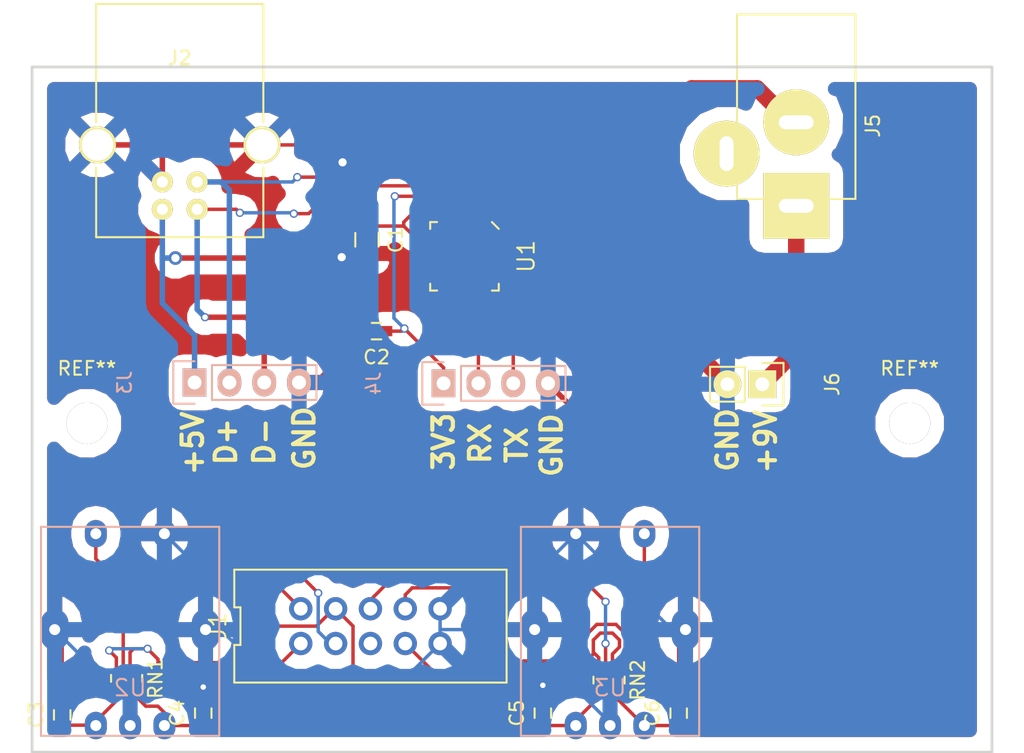
<source format=kicad_pcb>
(kicad_pcb (version 4) (host pcbnew 4.0.6-e0-6349~53~ubuntu16.04.1)

  (general
    (links 59)
    (no_connects 0)
    (area 47.586474 44.913499 122.415046 100.100001)
    (thickness 1.6)
    (drawings 15)
    (tracks 238)
    (zones 0)
    (modules 19)
    (nets 20)
  )

  (page A4)
  (layers
    (0 F.Cu signal)
    (31 B.Cu signal)
    (32 B.Adhes user)
    (33 F.Adhes user)
    (34 B.Paste user)
    (35 F.Paste user)
    (36 B.SilkS user)
    (37 F.SilkS user)
    (38 B.Mask user)
    (39 F.Mask user)
    (40 Dwgs.User user)
    (41 Cmts.User user)
    (42 Eco1.User user)
    (43 Eco2.User user)
    (44 Edge.Cuts user)
    (45 Margin user)
    (46 B.CrtYd user)
    (47 F.CrtYd user)
    (48 B.Fab user)
    (49 F.Fab user)
  )

  (setup
    (last_trace_width 0.25)
    (user_trace_width 0.4)
    (user_trace_width 1.2)
    (trace_clearance 0.2)
    (zone_clearance 1)
    (zone_45_only no)
    (trace_min 0.2)
    (segment_width 0.2)
    (edge_width 0.2)
    (via_size 0.6)
    (via_drill 0.4)
    (via_min_size 0.4)
    (via_min_drill 0.3)
    (user_via 1 0.6)
    (uvia_size 0.3)
    (uvia_drill 0.1)
    (uvias_allowed no)
    (uvia_min_size 0.2)
    (uvia_min_drill 0.1)
    (pcb_text_width 0.3)
    (pcb_text_size 1.5 1.5)
    (mod_edge_width 0.15)
    (mod_text_size 1 1)
    (mod_text_width 0.15)
    (pad_size 1.5 1.5)
    (pad_drill 0.6)
    (pad_to_mask_clearance 0)
    (aux_axis_origin 0 0)
    (visible_elements FFFCFF7F)
    (pcbplotparams
      (layerselection 0x010f0_80000001)
      (usegerberextensions false)
      (excludeedgelayer true)
      (linewidth 0.100000)
      (plotframeref false)
      (viasonmask false)
      (mode 1)
      (useauxorigin false)
      (hpglpennumber 1)
      (hpglpenspeed 20)
      (hpglpendiameter 15)
      (hpglpenoverlay 2)
      (psnegative false)
      (psa4output false)
      (plotreference true)
      (plotvalue true)
      (plotinvisibletext false)
      (padsonsilk false)
      (subtractmaskfromsilk false)
      (outputformat 1)
      (mirror false)
      (drillshape 0)
      (scaleselection 1)
      (outputdirectory out))
  )

  (net 0 "")
  (net 1 /Vbus)
  (net 2 GND)
  (net 3 "Net-(C2-Pad1)")
  (net 4 "Net-(C3-Pad1)")
  (net 5 "Net-(C4-Pad1)")
  (net 6 "Net-(C5-Pad1)")
  (net 7 "Net-(C6-Pad1)")
  (net 8 +3V3)
  (net 9 /PA1)
  (net 10 /PA2)
  (net 11 /PA5)
  (net 12 /PA7)
  (net 13 /D-)
  (net 14 /D+)
  (net 15 +9V)
  (net 16 /PA0)
  (net 17 /PA6)
  (net 18 /RX)
  (net 19 /TX)

  (net_class Default "This is the default net class."
    (clearance 0.2)
    (trace_width 0.25)
    (via_dia 0.6)
    (via_drill 0.4)
    (uvia_dia 0.3)
    (uvia_drill 0.1)
    (add_net +3V3)
    (add_net +9V)
    (add_net /D+)
    (add_net /D-)
    (add_net /PA0)
    (add_net /PA1)
    (add_net /PA2)
    (add_net /PA5)
    (add_net /PA6)
    (add_net /PA7)
    (add_net /RX)
    (add_net /TX)
    (add_net /Vbus)
    (add_net GND)
    (add_net "Net-(C2-Pad1)")
    (add_net "Net-(C3-Pad1)")
    (add_net "Net-(C4-Pad1)")
    (add_net "Net-(C5-Pad1)")
    (add_net "Net-(C6-Pad1)")
  )

  (module balmer:RotEncButton (layer B.Cu) (tedit 57E051C1) (tstamp 59668F4C)
    (at 92.15 91.059 180)
    (path /57E0598C)
    (fp_text reference U3 (at 0 -4.25 180) (layer B.SilkS)
      (effects (font (size 1.2 1.2) (thickness 0.15)) (justify mirror))
    )
    (fp_text value RotaryEncoderButton (at 0 3.5 180) (layer B.Fab)
      (effects (font (size 1.2 1.2) (thickness 0.15)) (justify mirror))
    )
    (fp_line (start 6.5 7.5) (end 6.5 -7.75) (layer B.SilkS) (width 0.15))
    (fp_line (start 6.5 -7.75) (end -6.5 -7.75) (layer B.SilkS) (width 0.15))
    (fp_line (start -6.5 -7.75) (end -6.5 7.5) (layer B.SilkS) (width 0.15))
    (fp_line (start -6.5 7.5) (end 6.5 7.5) (layer B.SilkS) (width 0.15))
    (pad GND thru_hole oval (at -5.5 0 180) (size 2 3) (drill 0.8) (layers *.Cu *.Mask)
      (net 2 GND))
    (pad 1 thru_hole oval (at -2.5 7 180) (size 1.6 2) (drill 0.8) (layers *.Cu *.Mask)
      (net 11 /PA5))
    (pad A thru_hole oval (at -2.5 -7 180) (size 1.6 2) (drill 0.8) (layers *.Cu *.Mask)
      (net 7 "Net-(C6-Pad1)"))
    (pad C thru_hole oval (at 0 -7 180) (size 1.6 2) (drill 0.8) (layers *.Cu *.Mask)
      (net 2 GND))
    (pad 2 thru_hole oval (at 2.5 7 180) (size 1.6 2) (drill 0.8) (layers *.Cu *.Mask)
      (net 2 GND))
    (pad B thru_hole oval (at 2.5 -7 180) (size 1.6 2) (drill 0.8) (layers *.Cu *.Mask)
      (net 6 "Net-(C5-Pad1)"))
    (pad GND thru_hole oval (at 5.5 0 180) (size 2 3) (drill 0.8) (layers *.Cu *.Mask)
      (net 2 GND))
  )

  (module Capacitors_SMD:C_0805 (layer F.Cu) (tedit 5415D6EA) (tstamp 59668E2F)
    (at 74.422 62.611 270)
    (descr "Capacitor SMD 0805, reflow soldering, AVX (see smccp.pdf)")
    (tags "capacitor 0805")
    (path /5966C0BF)
    (attr smd)
    (fp_text reference C1 (at 0 -2.1 270) (layer F.SilkS)
      (effects (font (size 1 1) (thickness 0.15)))
    )
    (fp_text value 2.2u (at 0 2.1 270) (layer F.Fab)
      (effects (font (size 1 1) (thickness 0.15)))
    )
    (fp_line (start -1.8 -1) (end 1.8 -1) (layer F.CrtYd) (width 0.05))
    (fp_line (start -1.8 1) (end 1.8 1) (layer F.CrtYd) (width 0.05))
    (fp_line (start -1.8 -1) (end -1.8 1) (layer F.CrtYd) (width 0.05))
    (fp_line (start 1.8 -1) (end 1.8 1) (layer F.CrtYd) (width 0.05))
    (fp_line (start 0.5 -0.85) (end -0.5 -0.85) (layer F.SilkS) (width 0.15))
    (fp_line (start -0.5 0.85) (end 0.5 0.85) (layer F.SilkS) (width 0.15))
    (pad 1 smd rect (at -1 0 270) (size 1 1.25) (layers F.Cu F.Paste F.Mask)
      (net 1 /Vbus))
    (pad 2 smd rect (at 1 0 270) (size 1 1.25) (layers F.Cu F.Paste F.Mask)
      (net 2 GND))
    (model Capacitors_SMD.3dshapes/C_0805.wrl
      (at (xyz 0 0 0))
      (scale (xyz 1 1 1))
      (rotate (xyz 0 0 0))
    )
  )

  (module Capacitors_SMD:C_0603 (layer F.Cu) (tedit 5415D631) (tstamp 59668E3B)
    (at 75.1205 69.2785 180)
    (descr "Capacitor SMD 0603, reflow soldering, AVX (see smccp.pdf)")
    (tags "capacitor 0603")
    (path /5966D2A5)
    (attr smd)
    (fp_text reference C2 (at 0 -1.9 180) (layer F.SilkS)
      (effects (font (size 1 1) (thickness 0.15)))
    )
    (fp_text value 100n (at 0 1.9 180) (layer F.Fab)
      (effects (font (size 1 1) (thickness 0.15)))
    )
    (fp_line (start -1.45 -0.75) (end 1.45 -0.75) (layer F.CrtYd) (width 0.05))
    (fp_line (start -1.45 0.75) (end 1.45 0.75) (layer F.CrtYd) (width 0.05))
    (fp_line (start -1.45 -0.75) (end -1.45 0.75) (layer F.CrtYd) (width 0.05))
    (fp_line (start 1.45 -0.75) (end 1.45 0.75) (layer F.CrtYd) (width 0.05))
    (fp_line (start -0.35 -0.6) (end 0.35 -0.6) (layer F.SilkS) (width 0.15))
    (fp_line (start 0.35 0.6) (end -0.35 0.6) (layer F.SilkS) (width 0.15))
    (pad 1 smd rect (at -0.75 0 180) (size 0.8 0.75) (layers F.Cu F.Paste F.Mask)
      (net 3 "Net-(C2-Pad1)"))
    (pad 2 smd rect (at 0.75 0 180) (size 0.8 0.75) (layers F.Cu F.Paste F.Mask)
      (net 2 GND))
    (model Capacitors_SMD.3dshapes/C_0603.wrl
      (at (xyz 0 0 0))
      (scale (xyz 1 1 1))
      (rotate (xyz 0 0 0))
    )
  )

  (module Capacitors_SMD:C_0603 (layer F.Cu) (tedit 5415D631) (tstamp 59668E47)
    (at 52.197 97.282 90)
    (descr "Capacitor SMD 0603, reflow soldering, AVX (see smccp.pdf)")
    (tags "capacitor 0603")
    (path /57E05BCF)
    (attr smd)
    (fp_text reference C3 (at 0 -1.9 90) (layer F.SilkS)
      (effects (font (size 1 1) (thickness 0.15)))
    )
    (fp_text value 22n (at 0 1.9 90) (layer F.Fab)
      (effects (font (size 1 1) (thickness 0.15)))
    )
    (fp_line (start -1.45 -0.75) (end 1.45 -0.75) (layer F.CrtYd) (width 0.05))
    (fp_line (start -1.45 0.75) (end 1.45 0.75) (layer F.CrtYd) (width 0.05))
    (fp_line (start -1.45 -0.75) (end -1.45 0.75) (layer F.CrtYd) (width 0.05))
    (fp_line (start 1.45 -0.75) (end 1.45 0.75) (layer F.CrtYd) (width 0.05))
    (fp_line (start -0.35 -0.6) (end 0.35 -0.6) (layer F.SilkS) (width 0.15))
    (fp_line (start 0.35 0.6) (end -0.35 0.6) (layer F.SilkS) (width 0.15))
    (pad 1 smd rect (at -0.75 0 90) (size 0.8 0.75) (layers F.Cu F.Paste F.Mask)
      (net 4 "Net-(C3-Pad1)"))
    (pad 2 smd rect (at 0.75 0 90) (size 0.8 0.75) (layers F.Cu F.Paste F.Mask)
      (net 2 GND))
    (model Capacitors_SMD.3dshapes/C_0603.wrl
      (at (xyz 0 0 0))
      (scale (xyz 1 1 1))
      (rotate (xyz 0 0 0))
    )
  )

  (module Capacitors_SMD:C_0603 (layer F.Cu) (tedit 5415D631) (tstamp 59668E53)
    (at 62.484 97.155 90)
    (descr "Capacitor SMD 0603, reflow soldering, AVX (see smccp.pdf)")
    (tags "capacitor 0603")
    (path /57E05DB3)
    (attr smd)
    (fp_text reference C4 (at 0 -1.9 90) (layer F.SilkS)
      (effects (font (size 1 1) (thickness 0.15)))
    )
    (fp_text value 22n (at 0 1.9 90) (layer F.Fab)
      (effects (font (size 1 1) (thickness 0.15)))
    )
    (fp_line (start -1.45 -0.75) (end 1.45 -0.75) (layer F.CrtYd) (width 0.05))
    (fp_line (start -1.45 0.75) (end 1.45 0.75) (layer F.CrtYd) (width 0.05))
    (fp_line (start -1.45 -0.75) (end -1.45 0.75) (layer F.CrtYd) (width 0.05))
    (fp_line (start 1.45 -0.75) (end 1.45 0.75) (layer F.CrtYd) (width 0.05))
    (fp_line (start -0.35 -0.6) (end 0.35 -0.6) (layer F.SilkS) (width 0.15))
    (fp_line (start 0.35 0.6) (end -0.35 0.6) (layer F.SilkS) (width 0.15))
    (pad 1 smd rect (at -0.75 0 90) (size 0.8 0.75) (layers F.Cu F.Paste F.Mask)
      (net 5 "Net-(C4-Pad1)"))
    (pad 2 smd rect (at 0.75 0 90) (size 0.8 0.75) (layers F.Cu F.Paste F.Mask)
      (net 2 GND))
    (model Capacitors_SMD.3dshapes/C_0603.wrl
      (at (xyz 0 0 0))
      (scale (xyz 1 1 1))
      (rotate (xyz 0 0 0))
    )
  )

  (module Capacitors_SMD:C_0603 (layer F.Cu) (tedit 5415D631) (tstamp 59668E5F)
    (at 87.249 97.155 90)
    (descr "Capacitor SMD 0603, reflow soldering, AVX (see smccp.pdf)")
    (tags "capacitor 0603")
    (path /57E0634B)
    (attr smd)
    (fp_text reference C5 (at 0 -1.9 90) (layer F.SilkS)
      (effects (font (size 1 1) (thickness 0.15)))
    )
    (fp_text value 22n (at 0 1.9 90) (layer F.Fab)
      (effects (font (size 1 1) (thickness 0.15)))
    )
    (fp_line (start -1.45 -0.75) (end 1.45 -0.75) (layer F.CrtYd) (width 0.05))
    (fp_line (start -1.45 0.75) (end 1.45 0.75) (layer F.CrtYd) (width 0.05))
    (fp_line (start -1.45 -0.75) (end -1.45 0.75) (layer F.CrtYd) (width 0.05))
    (fp_line (start 1.45 -0.75) (end 1.45 0.75) (layer F.CrtYd) (width 0.05))
    (fp_line (start -0.35 -0.6) (end 0.35 -0.6) (layer F.SilkS) (width 0.15))
    (fp_line (start 0.35 0.6) (end -0.35 0.6) (layer F.SilkS) (width 0.15))
    (pad 1 smd rect (at -0.75 0 90) (size 0.8 0.75) (layers F.Cu F.Paste F.Mask)
      (net 6 "Net-(C5-Pad1)"))
    (pad 2 smd rect (at 0.75 0 90) (size 0.8 0.75) (layers F.Cu F.Paste F.Mask)
      (net 2 GND))
    (model Capacitors_SMD.3dshapes/C_0603.wrl
      (at (xyz 0 0 0))
      (scale (xyz 1 1 1))
      (rotate (xyz 0 0 0))
    )
  )

  (module Capacitors_SMD:C_0603 (layer F.Cu) (tedit 5415D631) (tstamp 59668E6B)
    (at 97.155 97.155 90)
    (descr "Capacitor SMD 0603, reflow soldering, AVX (see smccp.pdf)")
    (tags "capacitor 0603")
    (path /57E063C8)
    (attr smd)
    (fp_text reference C6 (at 0 -1.9 90) (layer F.SilkS)
      (effects (font (size 1 1) (thickness 0.15)))
    )
    (fp_text value 22n (at 0 1.9 90) (layer F.Fab)
      (effects (font (size 1 1) (thickness 0.15)))
    )
    (fp_line (start -1.45 -0.75) (end 1.45 -0.75) (layer F.CrtYd) (width 0.05))
    (fp_line (start -1.45 0.75) (end 1.45 0.75) (layer F.CrtYd) (width 0.05))
    (fp_line (start -1.45 -0.75) (end -1.45 0.75) (layer F.CrtYd) (width 0.05))
    (fp_line (start 1.45 -0.75) (end 1.45 0.75) (layer F.CrtYd) (width 0.05))
    (fp_line (start -0.35 -0.6) (end 0.35 -0.6) (layer F.SilkS) (width 0.15))
    (fp_line (start 0.35 0.6) (end -0.35 0.6) (layer F.SilkS) (width 0.15))
    (pad 1 smd rect (at -0.75 0 90) (size 0.8 0.75) (layers F.Cu F.Paste F.Mask)
      (net 7 "Net-(C6-Pad1)"))
    (pad 2 smd rect (at 0.75 0 90) (size 0.8 0.75) (layers F.Cu F.Paste F.Mask)
      (net 2 GND))
    (model Capacitors_SMD.3dshapes/C_0603.wrl
      (at (xyz 0 0 0))
      (scale (xyz 1 1 1))
      (rotate (xyz 0 0 0))
    )
  )

  (module Connect:USB_B (layer F.Cu) (tedit 55B36073) (tstamp 59668E99)
    (at 59.4995 60.3885 90)
    (descr "USB B connector")
    (tags "USB_B USB_DEV")
    (path /59668987)
    (fp_text reference J2 (at 11.049 1.27 180) (layer F.SilkS)
      (effects (font (size 1 1) (thickness 0.15)))
    )
    (fp_text value USB_B (at 4.699 1.27 180) (layer F.Fab)
      (effects (font (size 1 1) (thickness 0.15)))
    )
    (fp_line (start 15.25 8.9) (end -2.3 8.9) (layer F.CrtYd) (width 0.05))
    (fp_line (start -2.3 8.9) (end -2.3 -6.35) (layer F.CrtYd) (width 0.05))
    (fp_line (start -2.3 -6.35) (end 15.25 -6.35) (layer F.CrtYd) (width 0.05))
    (fp_line (start 15.25 -6.35) (end 15.25 8.9) (layer F.CrtYd) (width 0.05))
    (fp_line (start 6.35 7.366) (end 14.986 7.366) (layer F.SilkS) (width 0.15))
    (fp_line (start -2.032 7.366) (end 3.048 7.366) (layer F.SilkS) (width 0.15))
    (fp_line (start 6.35 -4.826) (end 14.986 -4.826) (layer F.SilkS) (width 0.15))
    (fp_line (start -2.032 -4.826) (end 3.048 -4.826) (layer F.SilkS) (width 0.15))
    (fp_line (start 14.986 -4.826) (end 14.986 7.366) (layer F.SilkS) (width 0.15))
    (fp_line (start -2.032 7.366) (end -2.032 -4.826) (layer F.SilkS) (width 0.15))
    (pad 2 thru_hole circle (at 0 2.54) (size 1.524 1.524) (drill 0.8128) (layers *.Cu *.Mask F.SilkS)
      (net 13 /D-))
    (pad 1 thru_hole circle (at 0 0) (size 1.524 1.524) (drill 0.8128) (layers *.Cu *.Mask F.SilkS)
      (net 1 /Vbus))
    (pad 4 thru_hole circle (at 1.99898 0) (size 1.524 1.524) (drill 0.8128) (layers *.Cu *.Mask F.SilkS)
      (net 2 GND))
    (pad 3 thru_hole circle (at 1.99898 2.54) (size 1.524 1.524) (drill 0.8128) (layers *.Cu *.Mask F.SilkS)
      (net 14 /D+))
    (pad 5 thru_hole circle (at 4.699 7.26948) (size 2.70002 2.70002) (drill 2.30124) (layers *.Cu *.Mask F.SilkS)
      (net 2 GND))
    (pad 5 thru_hole circle (at 4.699 -4.72948) (size 2.70002 2.70002) (drill 2.30124) (layers *.Cu *.Mask F.SilkS)
      (net 2 GND))
    (model Connect.3dshapes/USB_B.wrl
      (at (xyz 0.185 -0.05 0.001))
      (scale (xyz 0.3937 0.3937 0.3937))
      (rotate (xyz 0 0 -90))
    )
  )

  (module Pin_Headers:Pin_Header_Straight_1x04 (layer B.Cu) (tedit 0) (tstamp 59668EAC)
    (at 61.849 73.025 270)
    (descr "Through hole pin header")
    (tags "pin header")
    (path /59668989)
    (fp_text reference J3 (at 0 5.1 270) (layer B.SilkS)
      (effects (font (size 1 1) (thickness 0.15)) (justify mirror))
    )
    (fp_text value USB (at 0 3.1 270) (layer B.Fab)
      (effects (font (size 1 1) (thickness 0.15)) (justify mirror))
    )
    (fp_line (start -1.75 1.75) (end -1.75 -9.4) (layer B.CrtYd) (width 0.05))
    (fp_line (start 1.75 1.75) (end 1.75 -9.4) (layer B.CrtYd) (width 0.05))
    (fp_line (start -1.75 1.75) (end 1.75 1.75) (layer B.CrtYd) (width 0.05))
    (fp_line (start -1.75 -9.4) (end 1.75 -9.4) (layer B.CrtYd) (width 0.05))
    (fp_line (start -1.27 -1.27) (end -1.27 -8.89) (layer B.SilkS) (width 0.15))
    (fp_line (start 1.27 -1.27) (end 1.27 -8.89) (layer B.SilkS) (width 0.15))
    (fp_line (start 1.55 1.55) (end 1.55 0) (layer B.SilkS) (width 0.15))
    (fp_line (start -1.27 -8.89) (end 1.27 -8.89) (layer B.SilkS) (width 0.15))
    (fp_line (start 1.27 -1.27) (end -1.27 -1.27) (layer B.SilkS) (width 0.15))
    (fp_line (start -1.55 0) (end -1.55 1.55) (layer B.SilkS) (width 0.15))
    (fp_line (start -1.55 1.55) (end 1.55 1.55) (layer B.SilkS) (width 0.15))
    (pad 1 thru_hole rect (at 0 0 270) (size 2.032 1.7272) (drill 1.016) (layers *.Cu *.Mask B.SilkS)
      (net 1 /Vbus))
    (pad 2 thru_hole oval (at 0 -2.54 270) (size 2.032 1.7272) (drill 1.016) (layers *.Cu *.Mask B.SilkS)
      (net 14 /D+))
    (pad 3 thru_hole oval (at 0 -5.08 270) (size 2.032 1.7272) (drill 1.016) (layers *.Cu *.Mask B.SilkS)
      (net 13 /D-))
    (pad 4 thru_hole oval (at 0 -7.62 270) (size 2.032 1.7272) (drill 1.016) (layers *.Cu *.Mask B.SilkS)
      (net 2 GND))
    (model Pin_Headers.3dshapes/Pin_Header_Straight_1x04.wrl
      (at (xyz 0 -0.15 0))
      (scale (xyz 1 1 1))
      (rotate (xyz 0 0 90))
    )
  )

  (module Pin_Headers:Pin_Header_Straight_1x04 (layer B.Cu) (tedit 0) (tstamp 59668EBF)
    (at 80.01 73.0885 270)
    (descr "Through hole pin header")
    (tags "pin header")
    (path /5966D66E)
    (fp_text reference J4 (at 0 5.1 270) (layer B.SilkS)
      (effects (font (size 1 1) (thickness 0.15)) (justify mirror))
    )
    (fp_text value USB (at 0 3.1 270) (layer B.Fab)
      (effects (font (size 1 1) (thickness 0.15)) (justify mirror))
    )
    (fp_line (start -1.75 1.75) (end -1.75 -9.4) (layer B.CrtYd) (width 0.05))
    (fp_line (start 1.75 1.75) (end 1.75 -9.4) (layer B.CrtYd) (width 0.05))
    (fp_line (start -1.75 1.75) (end 1.75 1.75) (layer B.CrtYd) (width 0.05))
    (fp_line (start -1.75 -9.4) (end 1.75 -9.4) (layer B.CrtYd) (width 0.05))
    (fp_line (start -1.27 -1.27) (end -1.27 -8.89) (layer B.SilkS) (width 0.15))
    (fp_line (start 1.27 -1.27) (end 1.27 -8.89) (layer B.SilkS) (width 0.15))
    (fp_line (start 1.55 1.55) (end 1.55 0) (layer B.SilkS) (width 0.15))
    (fp_line (start -1.27 -8.89) (end 1.27 -8.89) (layer B.SilkS) (width 0.15))
    (fp_line (start 1.27 -1.27) (end -1.27 -1.27) (layer B.SilkS) (width 0.15))
    (fp_line (start -1.55 0) (end -1.55 1.55) (layer B.SilkS) (width 0.15))
    (fp_line (start -1.55 1.55) (end 1.55 1.55) (layer B.SilkS) (width 0.15))
    (pad 1 thru_hole rect (at 0 0 270) (size 2.032 1.7272) (drill 1.016) (layers *.Cu *.Mask B.SilkS)
      (net 3 "Net-(C2-Pad1)"))
    (pad 2 thru_hole oval (at 0 -2.54 270) (size 2.032 1.7272) (drill 1.016) (layers *.Cu *.Mask B.SilkS)
      (net 18 /RX))
    (pad 3 thru_hole oval (at 0 -5.08 270) (size 2.032 1.7272) (drill 1.016) (layers *.Cu *.Mask B.SilkS)
      (net 19 /TX))
    (pad 4 thru_hole oval (at 0 -7.62 270) (size 2.032 1.7272) (drill 1.016) (layers *.Cu *.Mask B.SilkS)
      (net 2 GND))
    (model Pin_Headers.3dshapes/Pin_Header_Straight_1x04.wrl
      (at (xyz 0 -0.15 0))
      (scale (xyz 1 1 1))
      (rotate (xyz 0 0 90))
    )
  )

  (module Connect:JACK_ALIM (layer F.Cu) (tedit 0) (tstamp 59668ECD)
    (at 105.7275 54.0385 270)
    (descr "module 1 pin (ou trou mecanique de percage)")
    (tags "CONN JACK")
    (path /59668988)
    (fp_text reference J5 (at 0.254 -5.588 270) (layer F.SilkS)
      (effects (font (size 1 1) (thickness 0.15)))
    )
    (fp_text value JACK_2P (at -5.08 5.588 270) (layer F.Fab)
      (effects (font (size 1 1) (thickness 0.15)))
    )
    (fp_line (start -7.112 -4.318) (end -7.874 -4.318) (layer F.SilkS) (width 0.15))
    (fp_line (start -7.874 -4.318) (end -7.874 4.318) (layer F.SilkS) (width 0.15))
    (fp_line (start -7.874 4.318) (end -7.112 4.318) (layer F.SilkS) (width 0.15))
    (fp_line (start -4.064 -4.318) (end -4.064 4.318) (layer F.SilkS) (width 0.15))
    (fp_line (start 5.588 -4.318) (end 5.588 4.318) (layer F.SilkS) (width 0.15))
    (fp_line (start -7.112 4.318) (end 5.588 4.318) (layer F.SilkS) (width 0.15))
    (fp_line (start -7.112 -4.318) (end 5.588 -4.318) (layer F.SilkS) (width 0.15))
    (pad 2 thru_hole circle (at 0 0 270) (size 4.8006 4.8006) (drill oval 1.016 2.54) (layers *.Cu *.Mask F.SilkS)
      (net 2 GND))
    (pad 1 thru_hole rect (at 6.096 0 270) (size 4.8006 4.8006) (drill oval 1.016 2.54) (layers *.Cu *.Mask F.SilkS)
      (net 15 +9V))
    (pad 3 thru_hole circle (at 2.286 5.08 270) (size 4.8006 4.8006) (drill oval 2.54 1.016) (layers *.Cu *.Mask F.SilkS))
    (model Connect.3dshapes/JACK_ALIM.wrl
      (at (xyz 0 0 0))
      (scale (xyz 0.8 0.8 0.8))
      (rotate (xyz 0 0 0))
    )
  )

  (module Pin_Headers:Pin_Header_Straight_1x02 (layer F.Cu) (tedit 54EA090C) (tstamp 59668EDE)
    (at 103.251 73.152 270)
    (descr "Through hole pin header")
    (tags "pin header")
    (path /5966898A)
    (fp_text reference J6 (at 0 -5.1 270) (layer F.SilkS)
      (effects (font (size 1 1) (thickness 0.15)))
    )
    (fp_text value +9V (at 0 -3.1 270) (layer F.Fab)
      (effects (font (size 1 1) (thickness 0.15)))
    )
    (fp_line (start 1.27 1.27) (end 1.27 3.81) (layer F.SilkS) (width 0.15))
    (fp_line (start 1.55 -1.55) (end 1.55 0) (layer F.SilkS) (width 0.15))
    (fp_line (start -1.75 -1.75) (end -1.75 4.3) (layer F.CrtYd) (width 0.05))
    (fp_line (start 1.75 -1.75) (end 1.75 4.3) (layer F.CrtYd) (width 0.05))
    (fp_line (start -1.75 -1.75) (end 1.75 -1.75) (layer F.CrtYd) (width 0.05))
    (fp_line (start -1.75 4.3) (end 1.75 4.3) (layer F.CrtYd) (width 0.05))
    (fp_line (start 1.27 1.27) (end -1.27 1.27) (layer F.SilkS) (width 0.15))
    (fp_line (start -1.55 0) (end -1.55 -1.55) (layer F.SilkS) (width 0.15))
    (fp_line (start -1.55 -1.55) (end 1.55 -1.55) (layer F.SilkS) (width 0.15))
    (fp_line (start -1.27 1.27) (end -1.27 3.81) (layer F.SilkS) (width 0.15))
    (fp_line (start -1.27 3.81) (end 1.27 3.81) (layer F.SilkS) (width 0.15))
    (pad 1 thru_hole rect (at 0 0 270) (size 2.032 2.032) (drill 1.016) (layers *.Cu *.Mask F.SilkS)
      (net 15 +9V))
    (pad 2 thru_hole oval (at 0 2.54 270) (size 2.032 2.032) (drill 1.016) (layers *.Cu *.Mask F.SilkS)
      (net 2 GND))
    (model Pin_Headers.3dshapes/Pin_Header_Straight_1x02.wrl
      (at (xyz 0 -0.05 0))
      (scale (xyz 1 1 1))
      (rotate (xyz 0 0 90))
    )
  )

  (module Resistors_SMD:R_Array_Concave_4x0402 (layer F.Cu) (tedit 5489F650) (tstamp 59668EF0)
    (at 56.896 94.615 270)
    (descr "Thick Film Chip Resistor Array, Wave soldering, Vishay CRA04P (see cra04p.pdf)")
    (tags "resistor array")
    (path /59668B00)
    (attr smd)
    (fp_text reference RN1 (at 0 -2.1 270) (layer F.SilkS)
      (effects (font (size 1 1) (thickness 0.15)))
    )
    (fp_text value 10k (at 0 2.1 270) (layer F.Fab)
      (effects (font (size 1 1) (thickness 0.15)))
    )
    (fp_line (start -1 -1.25) (end 1 -1.25) (layer F.CrtYd) (width 0.05))
    (fp_line (start -1 1.25) (end 1 1.25) (layer F.CrtYd) (width 0.05))
    (fp_line (start -1 -1.25) (end -1 1.25) (layer F.CrtYd) (width 0.05))
    (fp_line (start 1 -1.25) (end 1 1.25) (layer F.CrtYd) (width 0.05))
    (fp_line (start 0.25 -1.135) (end -0.25 -1.135) (layer F.SilkS) (width 0.15))
    (fp_line (start 0.25 1.135) (end -0.25 1.135) (layer F.SilkS) (width 0.15))
    (pad 1 smd rect (at -0.5 -0.75 270) (size 0.5 0.32) (layers F.Cu F.Paste F.Mask)
      (net 16 /PA0))
    (pad 3 smd rect (at -0.5 0.25 270) (size 0.5 0.32) (layers F.Cu F.Paste F.Mask)
      (net 9 /PA1))
    (pad 2 smd rect (at -0.5 -0.25 270) (size 0.5 0.32) (layers F.Cu F.Paste F.Mask)
      (net 8 +3V3))
    (pad 4 smd rect (at -0.5 0.75 270) (size 0.5 0.32) (layers F.Cu F.Paste F.Mask)
      (net 8 +3V3))
    (pad 7 smd rect (at 0.5 -0.25 270) (size 0.5 0.32) (layers F.Cu F.Paste F.Mask)
      (net 5 "Net-(C4-Pad1)"))
    (pad 8 smd rect (at 0.5 -0.75 270) (size 0.5 0.32) (layers F.Cu F.Paste F.Mask)
      (net 5 "Net-(C4-Pad1)"))
    (pad 6 smd rect (at 0.5 0.25 270) (size 0.5 0.32) (layers F.Cu F.Paste F.Mask)
      (net 4 "Net-(C3-Pad1)"))
    (pad 5 smd rect (at 0.5 0.75 270) (size 0.5 0.32) (layers F.Cu F.Paste F.Mask)
      (net 4 "Net-(C3-Pad1)"))
    (model Resistors_SMD.3dshapes/R_Array_Concave_4x0402.wrl
      (at (xyz 0 0 0))
      (scale (xyz 1 1 1))
      (rotate (xyz 0 0 0))
    )
  )

  (module Resistors_SMD:R_Array_Concave_4x0402 (layer F.Cu) (tedit 5489F650) (tstamp 59668F02)
    (at 92.075 94.742 270)
    (descr "Thick Film Chip Resistor Array, Wave soldering, Vishay CRA04P (see cra04p.pdf)")
    (tags "resistor array")
    (path /5966A195)
    (attr smd)
    (fp_text reference RN2 (at 0 -2.1 270) (layer F.SilkS)
      (effects (font (size 1 1) (thickness 0.15)))
    )
    (fp_text value 10k (at 0 2.1 270) (layer F.Fab)
      (effects (font (size 1 1) (thickness 0.15)))
    )
    (fp_line (start -1 -1.25) (end 1 -1.25) (layer F.CrtYd) (width 0.05))
    (fp_line (start -1 1.25) (end 1 1.25) (layer F.CrtYd) (width 0.05))
    (fp_line (start -1 -1.25) (end -1 1.25) (layer F.CrtYd) (width 0.05))
    (fp_line (start 1 -1.25) (end 1 1.25) (layer F.CrtYd) (width 0.05))
    (fp_line (start 0.25 -1.135) (end -0.25 -1.135) (layer F.SilkS) (width 0.15))
    (fp_line (start 0.25 1.135) (end -0.25 1.135) (layer F.SilkS) (width 0.15))
    (pad 1 smd rect (at -0.5 -0.75 270) (size 0.5 0.32) (layers F.Cu F.Paste F.Mask)
      (net 17 /PA6))
    (pad 3 smd rect (at -0.5 0.25 270) (size 0.5 0.32) (layers F.Cu F.Paste F.Mask)
      (net 12 /PA7))
    (pad 2 smd rect (at -0.5 -0.25 270) (size 0.5 0.32) (layers F.Cu F.Paste F.Mask)
      (net 8 +3V3))
    (pad 4 smd rect (at -0.5 0.75 270) (size 0.5 0.32) (layers F.Cu F.Paste F.Mask)
      (net 8 +3V3))
    (pad 7 smd rect (at 0.5 -0.25 270) (size 0.5 0.32) (layers F.Cu F.Paste F.Mask)
      (net 7 "Net-(C6-Pad1)"))
    (pad 8 smd rect (at 0.5 -0.75 270) (size 0.5 0.32) (layers F.Cu F.Paste F.Mask)
      (net 7 "Net-(C6-Pad1)"))
    (pad 6 smd rect (at 0.5 0.25 270) (size 0.5 0.32) (layers F.Cu F.Paste F.Mask)
      (net 6 "Net-(C5-Pad1)"))
    (pad 5 smd rect (at 0.5 0.75 270) (size 0.5 0.32) (layers F.Cu F.Paste F.Mask)
      (net 6 "Net-(C5-Pad1)"))
    (model Resistors_SMD.3dshapes/R_Array_Concave_4x0402.wrl
      (at (xyz 0 0 0))
      (scale (xyz 1 1 1))
      (rotate (xyz 0 0 0))
    )
  )

  (module balmer:MLP-28 (layer F.Cu) (tedit 5868FEB1) (tstamp 59668F2E)
    (at 81.534 63.8175 270)
    (path /5966AAF7)
    (fp_text reference U1 (at 0 -4.5 270) (layer F.SilkS)
      (effects (font (size 1.2 1.2) (thickness 0.15)))
    )
    (fp_text value CP2102 (at 0 4.5 270) (layer F.Fab)
      (effects (font (size 1.2 1.2) (thickness 0.15)))
    )
    (fp_line (start -2.5 -2) (end -2 -2.5) (layer F.SilkS) (width 0.15))
    (fp_line (start 2 -2.5) (end 2.5 -2.5) (layer F.SilkS) (width 0.15))
    (fp_line (start 2.5 -2.5) (end 2.5 -2) (layer F.SilkS) (width 0.15))
    (fp_line (start -2 2.5) (end -2.5 2.5) (layer F.SilkS) (width 0.15))
    (fp_line (start -2.5 2.5) (end -2.5 2) (layer F.SilkS) (width 0.15))
    (fp_line (start 2 2.5) (end 2.5 2.5) (layer F.SilkS) (width 0.15))
    (fp_line (start 2.5 2.5) (end 2.5 2) (layer F.SilkS) (width 0.15))
    (fp_line (start -3.725 -3.725) (end 3.725 -3.725) (layer F.CrtYd) (width 0.15))
    (fp_line (start 3.725 -3.725) (end 3.725 3.725) (layer F.CrtYd) (width 0.15))
    (fp_line (start 3.725 3.725) (end -3.725 3.725) (layer F.CrtYd) (width 0.15))
    (fp_line (start -3.725 3.725) (end -3.725 -3.725) (layer F.CrtYd) (width 0.15))
    (pad 1 smd rect (at -2.5 -1.5) (size 0.25 0.45) (layers F.Cu F.Paste F.Mask))
    (pad 2 smd rect (at -2.5 -1) (size 0.25 0.45) (layers F.Cu F.Paste F.Mask))
    (pad 3 smd rect (at -2.5 -0.5) (size 0.25 0.45) (layers F.Cu F.Paste F.Mask)
      (net 2 GND))
    (pad 4 smd rect (at -2.5 0) (size 0.25 0.45) (layers F.Cu F.Paste F.Mask)
      (net 14 /D+))
    (pad 5 smd rect (at -2.5 0.5) (size 0.25 0.45) (layers F.Cu F.Paste F.Mask)
      (net 13 /D-))
    (pad 6 smd rect (at -2.5 1) (size 0.25 0.45) (layers F.Cu F.Paste F.Mask)
      (net 3 "Net-(C2-Pad1)"))
    (pad 7 smd rect (at -2.5 1.5) (size 0.25 0.45) (layers F.Cu F.Paste F.Mask)
      (net 1 /Vbus))
    (pad 8 smd rect (at -1.5 2.5 270) (size 0.25 0.45) (layers F.Cu F.Paste F.Mask)
      (net 1 /Vbus))
    (pad 9 smd rect (at -1 2.5 270) (size 0.25 0.45) (layers F.Cu F.Paste F.Mask))
    (pad 10 smd rect (at -0.5 2.5 270) (size 0.25 0.45) (layers F.Cu F.Paste F.Mask))
    (pad 11 smd rect (at 0 2.5 270) (size 0.25 0.45) (layers F.Cu F.Paste F.Mask))
    (pad 12 smd rect (at 0.5 2.5 270) (size 0.25 0.45) (layers F.Cu F.Paste F.Mask))
    (pad 13 smd rect (at 1 2.5 270) (size 0.25 0.45) (layers F.Cu F.Paste F.Mask))
    (pad 14 smd rect (at 1.5 2.5 270) (size 0.25 0.45) (layers F.Cu F.Paste F.Mask))
    (pad 15 smd rect (at 2.5 1.5) (size 0.25 0.45) (layers F.Cu F.Paste F.Mask))
    (pad 16 smd rect (at 2.5 1) (size 0.25 0.45) (layers F.Cu F.Paste F.Mask))
    (pad 17 smd rect (at 2.5 0.5) (size 0.25 0.45) (layers F.Cu F.Paste F.Mask))
    (pad 18 smd rect (at 2.5 0) (size 0.25 0.45) (layers F.Cu F.Paste F.Mask))
    (pad 19 smd rect (at 2.5 -0.5) (size 0.25 0.45) (layers F.Cu F.Paste F.Mask))
    (pad 20 smd rect (at 2.5 -1) (size 0.25 0.45) (layers F.Cu F.Paste F.Mask))
    (pad 21 smd rect (at 2.5 -1.5) (size 0.25 0.45) (layers F.Cu F.Paste F.Mask))
    (pad 22 smd rect (at 1.5 -2.5 270) (size 0.25 0.45) (layers F.Cu F.Paste F.Mask))
    (pad 23 smd rect (at 1 -2.5 270) (size 0.25 0.45) (layers F.Cu F.Paste F.Mask))
    (pad 24 smd rect (at 0.5 -2.5 270) (size 0.25 0.45) (layers F.Cu F.Paste F.Mask))
    (pad 25 smd rect (at 0 -2.5 270) (size 0.25 0.45) (layers F.Cu F.Paste F.Mask)
      (net 18 /RX))
    (pad 26 smd rect (at -0.5 -2.5 270) (size 0.25 0.45) (layers F.Cu F.Paste F.Mask)
      (net 19 /TX))
    (pad 27 smd rect (at -1 -2.5 270) (size 0.25 0.45) (layers F.Cu F.Paste F.Mask))
    (pad 28 smd rect (at -1.5 -2.5 270) (size 0.25 0.45) (layers F.Cu F.Paste F.Mask))
    (pad 3 smd rect (at 0 0 270) (size 2.9 2.9) (layers F.Cu F.Paste F.Mask)
      (net 2 GND))
  )

  (module balmer:RotEncButton (layer B.Cu) (tedit 57E051C1) (tstamp 59668F3D)
    (at 57.15 91.059 180)
    (path /57E0591D)
    (fp_text reference U2 (at 0 -4.25 180) (layer B.SilkS)
      (effects (font (size 1.2 1.2) (thickness 0.15)) (justify mirror))
    )
    (fp_text value RotaryEncoderButton (at 0 3.5 180) (layer B.Fab)
      (effects (font (size 1.2 1.2) (thickness 0.15)) (justify mirror))
    )
    (fp_line (start 6.5 7.5) (end 6.5 -7.75) (layer B.SilkS) (width 0.15))
    (fp_line (start 6.5 -7.75) (end -6.5 -7.75) (layer B.SilkS) (width 0.15))
    (fp_line (start -6.5 -7.75) (end -6.5 7.5) (layer B.SilkS) (width 0.15))
    (fp_line (start -6.5 7.5) (end 6.5 7.5) (layer B.SilkS) (width 0.15))
    (pad GND thru_hole oval (at -5.5 0 180) (size 2 3) (drill 0.8) (layers *.Cu *.Mask)
      (net 2 GND))
    (pad 1 thru_hole oval (at -2.5 7 180) (size 1.6 2) (drill 0.8) (layers *.Cu *.Mask)
      (net 2 GND))
    (pad A thru_hole oval (at -2.5 -7 180) (size 1.6 2) (drill 0.8) (layers *.Cu *.Mask)
      (net 5 "Net-(C4-Pad1)"))
    (pad C thru_hole oval (at 0 -7 180) (size 1.6 2) (drill 0.8) (layers *.Cu *.Mask)
      (net 2 GND))
    (pad 2 thru_hole oval (at 2.5 7 180) (size 1.6 2) (drill 0.8) (layers *.Cu *.Mask)
      (net 10 /PA2))
    (pad B thru_hole oval (at 2.5 -7 180) (size 1.6 2) (drill 0.8) (layers *.Cu *.Mask)
      (net 4 "Net-(C3-Pad1)"))
    (pad GND thru_hole oval (at 5.5 0 180) (size 2 3) (drill 0.8) (layers *.Cu *.Mask)
      (net 2 GND))
  )

  (module balmer:IDC_10M (layer F.Cu) (tedit 59653767) (tstamp 596699E8)
    (at 69.596 92.075 90)
    (path /58E1296C)
    (fp_text reference J1 (at 1.27 -6.05 90) (layer F.SilkS)
      (effects (font (size 1.2 1.2) (thickness 0.15)))
    )
    (fp_text value CONN_02X05 (at 4.572 5.08 360) (layer F.Fab)
      (effects (font (size 1.2 1.2) (thickness 0.15)))
    )
    (fp_line (start -2.849999 -4.85) (end -2.85 15.01) (layer F.SilkS) (width 0.15))
    (fp_line (start -2.85 15.01) (end 5.389999 15.01) (layer F.SilkS) (width 0.15))
    (fp_line (start 5.389999 15.01) (end 5.39 -4.85) (layer F.SilkS) (width 0.15))
    (fp_line (start 5.39 -4.85) (end 2.643333 -4.85) (layer F.SilkS) (width 0.15))
    (fp_line (start 2.643333 -4.85) (end 2.643333 -4.4) (layer F.SilkS) (width 0.15))
    (fp_line (start 2.643333 -4.4) (end -0.103333 -4.4) (layer F.SilkS) (width 0.15))
    (fp_line (start -0.103333 -4.4) (end -0.103333 -4.85) (layer F.SilkS) (width 0.15))
    (fp_line (start -0.103333 -4.85) (end -2.849999 -4.85) (layer F.SilkS) (width 0.15))
    (pad 2 thru_hole circle (at 2.54 0) (size 1.7 1.7) (drill 1) (layers *.Cu *.Mask)
      (net 9 /PA1))
    (pad 1 thru_hole circle (at 0 0) (size 1.7 1.7) (drill 1) (layers *.Cu *.Mask)
      (net 16 /PA0))
    (pad 4 thru_hole circle (at 2.54 2.54) (size 1.7 1.7) (drill 1) (layers *.Cu *.Mask)
      (net 8 +3V3))
    (pad 3 thru_hole circle (at 0 2.54) (size 1.7 1.7) (drill 1) (layers *.Cu *.Mask)
      (net 10 /PA2))
    (pad 6 thru_hole circle (at 2.54 5.08) (size 1.7 1.7) (drill 1) (layers *.Cu *.Mask)
      (net 11 /PA5))
    (pad 5 thru_hole circle (at 0 5.08) (size 1.7 1.7) (drill 1) (layers *.Cu *.Mask))
    (pad 8 thru_hole circle (at 2.54 7.62) (size 1.7 1.7) (drill 1) (layers *.Cu *.Mask)
      (net 12 /PA7))
    (pad 7 thru_hole circle (at 0 7.62) (size 1.7 1.7) (drill 1) (layers *.Cu *.Mask)
      (net 17 /PA6))
    (pad 10 thru_hole circle (at 2.54 10.16) (size 1.7 1.7) (drill 1) (layers *.Cu *.Mask)
      (net 2 GND))
    (pad 9 thru_hole circle (at 0 10.16) (size 1.7 1.7) (drill 1) (layers *.Cu *.Mask)
      (net 2 GND))
  )

  (module Mounting_Holes:MountingHole_3mm (layer F.Cu) (tedit 0) (tstamp 5967BEC1)
    (at 54 76)
    (descr "Mounting hole, Befestigungsbohrung, 3mm, No Annular, Kein Restring,")
    (tags "Mounting hole, Befestigungsbohrung, 3mm, No Annular, Kein Restring,")
    (fp_text reference REF** (at 0 -4.0005) (layer F.SilkS)
      (effects (font (size 1 1) (thickness 0.15)))
    )
    (fp_text value MountingHole_3mm (at 1.00076 5.00126) (layer F.Fab)
      (effects (font (size 1 1) (thickness 0.15)))
    )
    (fp_circle (center 0 0) (end 3 0) (layer Cmts.User) (width 0.381))
    (pad 1 thru_hole circle (at 0 0) (size 3 3) (drill 3) (layers))
  )

  (module Mounting_Holes:MountingHole_3mm (layer F.Cu) (tedit 0) (tstamp 5967BECC)
    (at 114 76)
    (descr "Mounting hole, Befestigungsbohrung, 3mm, No Annular, Kein Restring,")
    (tags "Mounting hole, Befestigungsbohrung, 3mm, No Annular, Kein Restring,")
    (fp_text reference REF** (at 0 -4.0005) (layer F.SilkS)
      (effects (font (size 1 1) (thickness 0.15)))
    )
    (fp_text value MountingHole_3mm (at 1.00076 5.00126) (layer F.Fab)
      (effects (font (size 1 1) (thickness 0.15)))
    )
    (fp_circle (center 0 0) (end 3 0) (layer Cmts.User) (width 0.381))
    (pad 1 thru_hole circle (at 0 0) (size 3 3) (drill 3) (layers))
  )

  (gr_text +9V (at 103.505 77.343 90) (layer F.SilkS)
    (effects (font (size 1.5 1.5) (thickness 0.3)))
  )
  (gr_text GND (at 100.711 77.216 90) (layer F.SilkS)
    (effects (font (size 1.5 1.5) (thickness 0.3)))
  )
  (gr_text 3V3 (at 80.01 77.343 90) (layer F.SilkS)
    (effects (font (size 1.5 1.5) (thickness 0.3)))
  )
  (gr_text RX (at 82.677 77.47 90) (layer F.SilkS)
    (effects (font (size 1.5 1.5) (thickness 0.3)))
  )
  (gr_text TX (at 85.344 77.597 90) (layer F.SilkS)
    (effects (font (size 1.5 1.5) (thickness 0.3)))
  )
  (gr_text GND (at 87.884 77.597 90) (layer F.SilkS)
    (effects (font (size 1.5 1.5) (thickness 0.3)))
  )
  (gr_text +5V (at 61.722 77.47 90) (layer F.SilkS)
    (effects (font (size 1.5 1.5) (thickness 0.3)))
  )
  (gr_text D+ (at 64.135 77.343 90) (layer F.SilkS)
    (effects (font (size 1.5 1.5) (thickness 0.3)))
  )
  (gr_text D- (at 66.929 77.343 90) (layer F.SilkS)
    (effects (font (size 1.5 1.5) (thickness 0.3)))
  )
  (gr_text GND (at 69.85 77.089 90) (layer F.SilkS)
    (effects (font (size 1.5 1.5) (thickness 0.3)))
  )
  (gr_line (start 50 81) (end 120 81) (angle 90) (layer F.Mask) (width 0.2))
  (gr_line (start 50 100) (end 50 50) (angle 90) (layer Edge.Cuts) (width 0.2))
  (gr_line (start 120 100) (end 50 100) (angle 90) (layer Edge.Cuts) (width 0.2))
  (gr_line (start 120 50) (end 120 100) (angle 90) (layer Edge.Cuts) (width 0.2))
  (gr_line (start 50 50) (end 120 50) (angle 90) (layer Edge.Cuts) (width 0.2))

  (segment (start 74.422 61.611) (end 70.596 61.611) (width 0.4) (layer F.Cu) (net 1))
  (segment (start 60.452 63.9445) (end 59.4995 63.9445) (width 0.4) (layer B.Cu) (net 1) (tstamp 5967CA64))
  (via (at 60.452 63.9445) (size 1) (drill 0.6) (layers F.Cu B.Cu) (net 1))
  (segment (start 60.325 63.9445) (end 60.452 63.9445) (width 0.4) (layer F.Cu) (net 1) (tstamp 5967CA60))
  (segment (start 68.2625 63.9445) (end 60.325 63.9445) (width 0.4) (layer F.Cu) (net 1) (tstamp 5967CA5D))
  (segment (start 70.596 61.611) (end 68.2625 63.9445) (width 0.4) (layer F.Cu) (net 1) (tstamp 5967CA57))
  (segment (start 61.849 73.025) (end 61.849 69.596) (width 0.4) (layer B.Cu) (net 1))
  (segment (start 61.849 69.596) (end 59.4995 67.2465) (width 0.4) (layer B.Cu) (net 1) (tstamp 5967C9CC))
  (segment (start 59.4995 67.2465) (end 59.4995 63.9445) (width 0.4) (layer B.Cu) (net 1) (tstamp 5967C9D0))
  (segment (start 59.4995 63.9445) (end 59.4995 60.3885) (width 0.4) (layer B.Cu) (net 1) (tstamp 5967CA67))
  (segment (start 80.034 61.3175) (end 80.034 60.2855) (width 0.25) (layer F.Cu) (net 1))
  (segment (start 77.105 61.325) (end 77.105 61.611) (width 0.25) (layer F.Cu) (net 1) (tstamp 5967C2FF))
  (segment (start 78.232 60.198) (end 77.105 61.325) (width 0.25) (layer F.Cu) (net 1) (tstamp 5967C2FE))
  (segment (start 79.9465 60.198) (end 78.232 60.198) (width 0.25) (layer F.Cu) (net 1) (tstamp 5967C2FD))
  (segment (start 80.034 60.2855) (end 79.9465 60.198) (width 0.25) (layer F.Cu) (net 1) (tstamp 5967C2FC))
  (segment (start 79.034 62.3175) (end 77.8115 62.3175) (width 0.25) (layer F.Cu) (net 1))
  (segment (start 77.105 61.611) (end 74.422 61.611) (width 0.25) (layer F.Cu) (net 1) (tstamp 5967C2E5))
  (segment (start 77.8115 62.3175) (end 77.105 61.611) (width 0.25) (layer F.Cu) (net 1) (tstamp 5967C2E4))
  (segment (start 89.65 84.059) (end 89.65 75.1085) (width 0.4) (layer F.Cu) (net 2))
  (segment (start 89.65 75.1085) (end 87.63 73.0885) (width 0.4) (layer F.Cu) (net 2) (tstamp 5967C394))
  (segment (start 59.944 55.6895) (end 54.77002 55.6895) (width 0.4) (layer F.Cu) (net 2))
  (segment (start 59.4995 58.38952) (end 59.4995 56.007) (width 0.4) (layer F.Cu) (net 2))
  (segment (start 59.817 55.6895) (end 59.944 55.6895) (width 0.4) (layer F.Cu) (net 2) (tstamp 5967C38D))
  (segment (start 59.944 55.6895) (end 66.76898 55.6895) (width 0.4) (layer F.Cu) (net 2) (tstamp 5967C390))
  (segment (start 59.4995 56.007) (end 59.817 55.6895) (width 0.4) (layer F.Cu) (net 2) (tstamp 5967C38C))
  (segment (start 86.4235 55.6895) (end 94.9325 55.6895) (width 0.4) (layer F.Cu) (net 2))
  (segment (start 94.9325 55.6895) (end 95.758 56.515) (width 0.4) (layer F.Cu) (net 2) (tstamp 5967C378))
  (segment (start 105.7275 54.0385) (end 105.3465 54.0385) (width 1.2) (layer F.Cu) (net 2))
  (segment (start 105.3465 54.0385) (end 102.87 51.562) (width 1.2) (layer F.Cu) (net 2) (tstamp 5967C36C))
  (segment (start 95.758 53.9115) (end 95.758 56.515) (width 1.2) (layer F.Cu) (net 2) (tstamp 5967C36F))
  (segment (start 98.1075 51.562) (end 95.758 53.9115) (width 1.2) (layer F.Cu) (net 2) (tstamp 5967C36E))
  (segment (start 102.87 51.562) (end 98.1075 51.562) (width 1.2) (layer F.Cu) (net 2) (tstamp 5967C36D))
  (segment (start 95.758 56.515) (end 95.758 68.199) (width 1.2) (layer F.Cu) (net 2) (tstamp 5967C37B))
  (segment (start 95.758 68.199) (end 100.711 73.152) (width 1.2) (layer F.Cu) (net 2) (tstamp 5967C370))
  (segment (start 74.422 63.611) (end 72.8505 63.611) (width 0.4) (layer F.Cu) (net 2))
  (segment (start 72.7075 56.896) (end 72.7075 55.6895) (width 0.4) (layer F.Cu) (net 2) (tstamp 5967C350))
  (segment (start 72.644 56.9595) (end 72.7075 56.896) (width 0.4) (layer F.Cu) (net 2) (tstamp 5967C34F))
  (via (at 72.644 56.9595) (size 1) (drill 0.6) (layers F.Cu B.Cu) (net 2))
  (segment (start 72.644 63.8175) (end 72.644 56.9595) (width 0.4) (layer B.Cu) (net 2) (tstamp 5967C34C))
  (segment (start 72.5805 63.881) (end 72.644 63.8175) (width 0.4) (layer B.Cu) (net 2) (tstamp 5967C34B))
  (via (at 72.5805 63.881) (size 1) (drill 0.6) (layers F.Cu B.Cu) (net 2))
  (segment (start 72.8505 63.611) (end 72.5805 63.881) (width 0.4) (layer F.Cu) (net 2) (tstamp 5967C349))
  (segment (start 87.63 73.0885) (end 87.63 56.896) (width 0.4) (layer F.Cu) (net 2))
  (segment (start 87.63 56.896) (end 86.4235 55.6895) (width 0.4) (layer F.Cu) (net 2) (tstamp 5967C345))
  (segment (start 86.4235 55.6895) (end 81.407 55.6895) (width 0.4) (layer F.Cu) (net 2) (tstamp 5967C346))
  (segment (start 82.034 61.3175) (end 82.034 59.444) (width 0.25) (layer F.Cu) (net 2))
  (segment (start 81.407 55.6895) (end 72.7075 55.6895) (width 0.25) (layer F.Cu) (net 2) (tstamp 5967C341))
  (segment (start 72.7075 55.6895) (end 66.76898 55.6895) (width 0.25) (layer F.Cu) (net 2) (tstamp 5967C353))
  (segment (start 82.55 56.8325) (end 81.407 55.6895) (width 0.25) (layer F.Cu) (net 2) (tstamp 5967C33F))
  (segment (start 82.55 58.928) (end 82.55 56.8325) (width 0.25) (layer F.Cu) (net 2) (tstamp 5967C33E))
  (segment (start 82.034 59.444) (end 82.55 58.928) (width 0.25) (layer F.Cu) (net 2) (tstamp 5967C33D))
  (segment (start 82.034 61.3175) (end 82.034 63.3175) (width 0.25) (layer F.Cu) (net 2))
  (segment (start 82.034 63.3175) (end 81.534 63.8175) (width 0.25) (layer F.Cu) (net 2) (tstamp 5967C32A))
  (segment (start 69.469 73.025) (end 70.624 73.025) (width 0.25) (layer F.Cu) (net 2))
  (segment (start 70.624 73.025) (end 74.3705 69.2785) (width 0.25) (layer F.Cu) (net 2) (tstamp 5967C315))
  (segment (start 74.3705 69.2785) (end 74.3705 63.6625) (width 0.25) (layer F.Cu) (net 2))
  (segment (start 74.3705 63.6625) (end 74.422 63.611) (width 0.25) (layer F.Cu) (net 2) (tstamp 5967C312))
  (segment (start 57.15 98.059) (end 57.15 96.559) (width 0.25) (layer B.Cu) (net 2))
  (segment (start 57.15 96.559) (end 51.65 91.059) (width 0.25) (layer B.Cu) (net 2) (tstamp 5966935B))
  (segment (start 92.15 98.059) (end 92.15 97.865) (width 0.25) (layer B.Cu) (net 2))
  (segment (start 92.15 97.865) (end 89.408 95.123) (width 0.25) (layer B.Cu) (net 2) (tstamp 5966934E))
  (segment (start 89.408 95.123) (end 87.249 95.123) (width 0.25) (layer B.Cu) (net 2) (tstamp 59669352))
  (segment (start 62.65 91.059) (end 63.754 91.059) (width 0.25) (layer B.Cu) (net 2))
  (segment (start 77.343 94.488) (end 79.756 92.075) (width 0.25) (layer B.Cu) (net 2) (tstamp 59669349))
  (segment (start 67.183 94.488) (end 77.343 94.488) (width 0.25) (layer B.Cu) (net 2) (tstamp 59669347))
  (segment (start 63.754 91.059) (end 67.183 94.488) (width 0.25) (layer B.Cu) (net 2) (tstamp 59669345))
  (segment (start 86.65 91.059) (end 79.756 91.059) (width 0.25) (layer B.Cu) (net 2))
  (segment (start 79.756 89.535) (end 79.756 91.059) (width 0.25) (layer B.Cu) (net 2))
  (segment (start 79.756 91.059) (end 79.756 92.075) (width 0.25) (layer B.Cu) (net 2) (tstamp 59669343))
  (segment (start 97.65 91.059) (end 96.65 91.059) (width 0.25) (layer B.Cu) (net 2))
  (segment (start 96.65 91.059) (end 89.65 84.059) (width 0.25) (layer B.Cu) (net 2) (tstamp 59669338))
  (segment (start 86.65 91.059) (end 86.65 87.059) (width 0.25) (layer B.Cu) (net 2))
  (segment (start 86.65 87.059) (end 89.65 84.059) (width 0.25) (layer B.Cu) (net 2) (tstamp 59669334))
  (segment (start 87.249 96.405) (end 87.249 95.123) (width 0.25) (layer F.Cu) (net 2))
  (segment (start 86.65 94.524) (end 86.65 91.059) (width 0.25) (layer B.Cu) (net 2) (tstamp 596692E0))
  (segment (start 87.249 95.123) (end 86.65 94.524) (width 0.25) (layer B.Cu) (net 2) (tstamp 596692DF))
  (via (at 87.249 95.123) (size 0.6) (drill 0.4) (layers F.Cu B.Cu) (net 2))
  (segment (start 97.155 96.405) (end 97.155 91.554) (width 0.25) (layer F.Cu) (net 2))
  (segment (start 97.155 91.554) (end 97.65 91.059) (width 0.25) (layer F.Cu) (net 2) (tstamp 596692BB))
  (segment (start 52.197 96.532) (end 52.197 91.606) (width 0.25) (layer F.Cu) (net 2))
  (segment (start 52.197 91.606) (end 51.65 91.059) (width 0.25) (layer F.Cu) (net 2) (tstamp 596692B8))
  (segment (start 62.65 91.059) (end 62.65 87.059) (width 0.25) (layer B.Cu) (net 2))
  (segment (start 62.65 87.059) (end 59.65 84.059) (width 0.25) (layer B.Cu) (net 2) (tstamp 59669202))
  (segment (start 62.65 91.059) (end 51.65 91.059) (width 0.25) (layer B.Cu) (net 2))
  (segment (start 62.484 96.405) (end 62.484 95.25) (width 0.25) (layer F.Cu) (net 2))
  (segment (start 62.65 95.084) (end 62.65 91.059) (width 0.25) (layer B.Cu) (net 2) (tstamp 596691FD))
  (segment (start 62.484 95.25) (end 62.65 95.084) (width 0.25) (layer B.Cu) (net 2) (tstamp 596691FC))
  (via (at 62.484 95.25) (size 0.6) (drill 0.4) (layers F.Cu B.Cu) (net 2))
  (segment (start 51.689 91.059) (end 51.65 91.059) (width 0.25) (layer B.Cu) (net 2) (tstamp 596691EA))
  (segment (start 75.8705 69.2785) (end 76.962 69.2785) (width 0.25) (layer F.Cu) (net 3))
  (segment (start 76.962 69.2785) (end 77.1525 69.088) (width 0.25) (layer F.Cu) (net 3) (tstamp 5967C30F))
  (segment (start 80.534 61.3175) (end 80.534 59.3885) (width 0.25) (layer F.Cu) (net 3))
  (segment (start 80.01 71.9455) (end 80.01 73.0885) (width 0.25) (layer F.Cu) (net 3) (tstamp 5967C30B))
  (segment (start 77.1525 69.088) (end 80.01 71.9455) (width 0.25) (layer F.Cu) (net 3) (tstamp 5967C30A))
  (via (at 77.1525 69.088) (size 0.6) (drill 0.4) (layers F.Cu B.Cu) (net 3))
  (segment (start 76.3905 68.326) (end 77.1525 69.088) (width 0.25) (layer B.Cu) (net 3) (tstamp 5967C308))
  (segment (start 76.3905 59.4995) (end 76.3905 68.326) (width 0.25) (layer B.Cu) (net 3) (tstamp 5967C307))
  (segment (start 76.454 59.436) (end 76.3905 59.4995) (width 0.25) (layer B.Cu) (net 3) (tstamp 5967C306))
  (via (at 76.454 59.436) (size 0.6) (drill 0.4) (layers F.Cu B.Cu) (net 3))
  (segment (start 80.4865 59.436) (end 76.454 59.436) (width 0.25) (layer F.Cu) (net 3) (tstamp 5967C303))
  (segment (start 80.534 59.3885) (end 80.4865 59.436) (width 0.25) (layer F.Cu) (net 3) (tstamp 5967C302))
  (segment (start 52.197 98.032) (end 54.623 98.032) (width 0.25) (layer F.Cu) (net 4))
  (segment (start 54.623 98.032) (end 54.65 98.059) (width 0.25) (layer F.Cu) (net 4) (tstamp 596691F4))
  (segment (start 56.146 95.115) (end 56.146 96.254) (width 0.25) (layer F.Cu) (net 4))
  (segment (start 56.146 96.254) (end 54.65 97.75) (width 0.25) (layer F.Cu) (net 4) (tstamp 596691E3))
  (segment (start 54.65 97.75) (end 54.65 98.059) (width 0.25) (layer F.Cu) (net 4) (tstamp 596691E4))
  (segment (start 56.646 95.115) (end 56.146 95.115) (width 0.25) (layer F.Cu) (net 4))
  (segment (start 59.65 98.059) (end 62.33 98.059) (width 0.25) (layer F.Cu) (net 5))
  (segment (start 62.33 98.059) (end 62.484 97.905) (width 0.25) (layer F.Cu) (net 5) (tstamp 596691F7))
  (segment (start 57.646 95.115) (end 57.646 96) (width 0.25) (layer F.Cu) (net 5))
  (segment (start 59.178 96.647) (end 59.65 97.119) (width 0.25) (layer F.Cu) (net 5) (tstamp 596691DF))
  (segment (start 58.293 96.647) (end 59.178 96.647) (width 0.25) (layer F.Cu) (net 5) (tstamp 596691DE))
  (segment (start 57.646 96) (end 58.293 96.647) (width 0.25) (layer F.Cu) (net 5) (tstamp 596691DD))
  (segment (start 59.65 97.119) (end 59.65 98.059) (width 0.25) (layer F.Cu) (net 5) (tstamp 596691E1))
  (segment (start 57.146 95.115) (end 57.646 95.115) (width 0.25) (layer F.Cu) (net 5))
  (segment (start 59.65 98.059) (end 59.65 97.119) (width 0.25) (layer F.Cu) (net 5))
  (segment (start 89.65 98.059) (end 87.403 98.059) (width 0.25) (layer F.Cu) (net 6))
  (segment (start 87.403 98.059) (end 87.249 97.905) (width 0.25) (layer F.Cu) (net 6) (tstamp 596692B4))
  (segment (start 91.325 95.242) (end 91.825 95.242) (width 0.25) (layer F.Cu) (net 6))
  (segment (start 89.65 98.059) (end 89.65 97.675) (width 0.25) (layer F.Cu) (net 6))
  (segment (start 89.65 97.675) (end 91.325 96) (width 0.25) (layer F.Cu) (net 6) (tstamp 596692A4))
  (segment (start 91.325 96) (end 91.325 95.242) (width 0.25) (layer F.Cu) (net 6) (tstamp 596692A5))
  (segment (start 94.65 98.059) (end 97.001 98.059) (width 0.25) (layer F.Cu) (net 7))
  (segment (start 97.001 98.059) (end 97.155 97.905) (width 0.25) (layer F.Cu) (net 7) (tstamp 596692B1))
  (segment (start 94.65 98.059) (end 94.63 98.059) (width 0.25) (layer F.Cu) (net 7))
  (segment (start 94.63 98.059) (end 92.825 96.254) (width 0.25) (layer F.Cu) (net 7) (tstamp 596692AC))
  (segment (start 92.825 96.254) (end 92.825 95.242) (width 0.25) (layer F.Cu) (net 7) (tstamp 596692AD))
  (segment (start 92.325 95.242) (end 92.825 95.242) (width 0.25) (layer F.Cu) (net 7))
  (segment (start 72.136 89.535) (end 73.406 90.805) (width 0.25) (layer F.Cu) (net 8))
  (segment (start 90.932 92.837) (end 90.932 92.71) (width 0.25) (layer F.Cu) (net 8) (tstamp 59669318))
  (segment (start 89.916 93.853) (end 90.932 92.837) (width 0.25) (layer F.Cu) (net 8) (tstamp 59669317))
  (segment (start 86.614 93.853) (end 89.916 93.853) (width 0.25) (layer F.Cu) (net 8) (tstamp 59669315))
  (segment (start 85.471 94.996) (end 86.614 93.853) (width 0.25) (layer F.Cu) (net 8) (tstamp 59669314))
  (segment (start 73.533 94.996) (end 85.471 94.996) (width 0.25) (layer F.Cu) (net 8) (tstamp 59669313))
  (segment (start 73.406 94.869) (end 73.533 94.996) (width 0.25) (layer F.Cu) (net 8) (tstamp 59669312))
  (segment (start 73.406 90.805) (end 73.406 94.869) (width 0.25) (layer F.Cu) (net 8) (tstamp 59669311))
  (segment (start 92.325 94.242) (end 92.325 92.841) (width 0.25) (layer F.Cu) (net 8))
  (segment (start 92.325 92.841) (end 92.837 92.329) (width 0.25) (layer F.Cu) (net 8) (tstamp 59669306))
  (segment (start 92.837 92.329) (end 92.837 91.821) (width 0.25) (layer F.Cu) (net 8) (tstamp 59669307))
  (segment (start 92.837 91.821) (end 92.329 91.313) (width 0.25) (layer F.Cu) (net 8) (tstamp 59669308))
  (segment (start 92.329 91.313) (end 91.44 91.313) (width 0.25) (layer F.Cu) (net 8) (tstamp 59669309))
  (segment (start 91.44 91.313) (end 90.932 91.821) (width 0.25) (layer F.Cu) (net 8) (tstamp 5966930A))
  (segment (start 90.932 91.821) (end 90.932 92.71) (width 0.25) (layer F.Cu) (net 8) (tstamp 5966930B))
  (segment (start 91.325 93.103) (end 91.325 94.242) (width 0.25) (layer F.Cu) (net 8) (tstamp 5966930D))
  (segment (start 90.932 92.71) (end 91.325 93.103) (width 0.25) (layer F.Cu) (net 8) (tstamp 5966930C))
  (segment (start 91.313 94.23) (end 91.325 94.242) (width 0.25) (layer F.Cu) (net 8) (tstamp 596692D2))
  (segment (start 57.146 94.115) (end 57.146 92.714) (width 0.25) (layer F.Cu) (net 8))
  (segment (start 57.404 92.456) (end 58.42 92.456) (width 0.25) (layer F.Cu) (net 8) (tstamp 596691D9))
  (segment (start 57.146 92.714) (end 57.404 92.456) (width 0.25) (layer F.Cu) (net 8) (tstamp 596691D8))
  (segment (start 56.146 94.115) (end 56.146 93.103) (width 0.25) (layer F.Cu) (net 8))
  (segment (start 64.516 93.472) (end 59.182 93.472) (width 0.25) (layer F.Cu) (net 8) (tstamp 596691C9))
  (segment (start 67.183 90.805) (end 64.516 93.472) (width 0.25) (layer F.Cu) (net 8) (tstamp 596691C7))
  (segment (start 70.739 90.805) (end 67.183 90.805) (width 0.25) (layer F.Cu) (net 8) (tstamp 596691C5))
  (segment (start 70.739 90.805) (end 72.009 89.535) (width 0.25) (layer F.Cu) (net 8) (tstamp 596691C4))
  (segment (start 59.182 93.218) (end 59.182 93.472) (width 0.25) (layer F.Cu) (net 8) (tstamp 596691D5))
  (segment (start 58.42 92.456) (end 59.182 93.218) (width 0.25) (layer F.Cu) (net 8) (tstamp 596691D4))
  (via (at 58.42 92.456) (size 0.6) (drill 0.4) (layers F.Cu B.Cu) (net 8))
  (segment (start 55.753 92.456) (end 58.42 92.456) (width 0.25) (layer B.Cu) (net 8) (tstamp 596691D1))
  (segment (start 55.626 92.583) (end 55.753 92.456) (width 0.25) (layer B.Cu) (net 8) (tstamp 596691D0))
  (via (at 55.626 92.583) (size 0.6) (drill 0.4) (layers F.Cu B.Cu) (net 8))
  (segment (start 56.146 93.103) (end 55.626 92.583) (width 0.25) (layer F.Cu) (net 8) (tstamp 596691CE))
  (segment (start 72.136 89.535) (end 72.009 89.535) (width 0.25) (layer F.Cu) (net 8))
  (segment (start 56.646 94.115) (end 56.646 90.293) (width 0.25) (layer F.Cu) (net 9))
  (segment (start 67.945 87.884) (end 69.596 89.535) (width 0.25) (layer F.Cu) (net 9) (tstamp 596691BA))
  (segment (start 59.055 87.884) (end 67.945 87.884) (width 0.25) (layer F.Cu) (net 9) (tstamp 596691B8))
  (segment (start 56.646 90.293) (end 59.055 87.884) (width 0.25) (layer F.Cu) (net 9) (tstamp 596691B6))
  (segment (start 54.65 84.059) (end 54.65 85.892) (width 0.25) (layer F.Cu) (net 10))
  (segment (start 70.866 91.186) (end 71.755 92.075) (width 0.25) (layer B.Cu) (net 10) (tstamp 5966920E))
  (segment (start 70.866 88.392) (end 70.866 91.186) (width 0.25) (layer B.Cu) (net 10) (tstamp 5966920D))
  (via (at 70.866 88.392) (size 0.6) (drill 0.4) (layers F.Cu B.Cu) (net 10))
  (segment (start 69.596 87.122) (end 70.866 88.392) (width 0.25) (layer F.Cu) (net 10) (tstamp 5966920A))
  (segment (start 55.88 87.122) (end 69.596 87.122) (width 0.25) (layer F.Cu) (net 10) (tstamp 59669208))
  (segment (start 54.65 85.892) (end 55.88 87.122) (width 0.25) (layer F.Cu) (net 10) (tstamp 59669207))
  (segment (start 71.755 92.075) (end 72.136 92.075) (width 0.25) (layer B.Cu) (net 10) (tstamp 5966920F))
  (segment (start 94.65 84.059) (end 94.65 87.087) (width 0.25) (layer F.Cu) (net 11))
  (segment (start 76.2 87.376) (end 74.676 88.9) (width 0.25) (layer F.Cu) (net 11) (tstamp 5966932C))
  (segment (start 94.361 87.376) (end 76.2 87.376) (width 0.25) (layer F.Cu) (net 11) (tstamp 5966932B))
  (segment (start 94.65 87.087) (end 94.361 87.376) (width 0.25) (layer F.Cu) (net 11) (tstamp 5966932A))
  (segment (start 74.676 88.9) (end 74.676 89.535) (width 0.25) (layer F.Cu) (net 11) (tstamp 5966932D))
  (segment (start 91.825 94.242) (end 91.825 92.079) (width 0.25) (layer F.Cu) (net 12))
  (segment (start 77.216 88.519) (end 77.216 89.535) (width 0.25) (layer F.Cu) (net 12) (tstamp 59669303))
  (segment (start 77.724 88.011) (end 77.216 88.519) (width 0.25) (layer F.Cu) (net 12) (tstamp 59669302))
  (segment (start 90.805 88.011) (end 77.724 88.011) (width 0.25) (layer F.Cu) (net 12) (tstamp 59669300))
  (segment (start 91.821 89.027) (end 90.805 88.011) (width 0.25) (layer F.Cu) (net 12) (tstamp 596692FF))
  (via (at 91.821 89.027) (size 0.6) (drill 0.4) (layers F.Cu B.Cu) (net 12))
  (segment (start 91.821 92.075) (end 91.821 89.027) (width 0.25) (layer B.Cu) (net 12) (tstamp 596692FC))
  (via (at 91.821 92.075) (size 0.6) (drill 0.4) (layers F.Cu B.Cu) (net 12))
  (segment (start 91.825 92.079) (end 91.821 92.075) (width 0.25) (layer F.Cu) (net 12) (tstamp 596692FA))
  (segment (start 81.034 61.3175) (end 81.034 58.9995) (width 0.25) (layer F.Cu) (net 13))
  (segment (start 64.897 60.3885) (end 62.0395 60.3885) (width 0.25) (layer F.Cu) (net 13) (tstamp 5967CA35))
  (segment (start 65.151 60.6425) (end 64.897 60.3885) (width 0.25) (layer F.Cu) (net 13) (tstamp 5967CA34))
  (via (at 65.151 60.6425) (size 0.6) (drill 0.4) (layers F.Cu B.Cu) (net 13))
  (segment (start 69.0245 60.6425) (end 65.151 60.6425) (width 0.25) (layer B.Cu) (net 13) (tstamp 5967CA31))
  (segment (start 69.088 60.706) (end 69.0245 60.6425) (width 0.25) (layer B.Cu) (net 13) (tstamp 5967CA30))
  (via (at 69.088 60.706) (size 0.6) (drill 0.4) (layers F.Cu B.Cu) (net 13))
  (segment (start 70.1675 60.706) (end 69.088 60.706) (width 0.25) (layer F.Cu) (net 13) (tstamp 5967CA29))
  (segment (start 72.1995 58.674) (end 70.1675 60.706) (width 0.25) (layer F.Cu) (net 13) (tstamp 5967CA23))
  (segment (start 80.7085 58.674) (end 72.1995 58.674) (width 0.25) (layer F.Cu) (net 13) (tstamp 5967CA1E))
  (segment (start 81.034 58.9995) (end 80.7085 58.674) (width 0.25) (layer F.Cu) (net 13) (tstamp 5967CA1C))
  (segment (start 66.929 73.025) (end 66.929 69.596) (width 0.4) (layer F.Cu) (net 13))
  (segment (start 62.0395 67.691) (end 62.0395 60.3885) (width 0.4) (layer B.Cu) (net 13) (tstamp 5967C9FB))
  (segment (start 62.611 68.2625) (end 62.0395 67.691) (width 0.4) (layer B.Cu) (net 13) (tstamp 5967C9FA))
  (via (at 62.611 68.2625) (size 0.6) (drill 0.4) (layers F.Cu B.Cu) (net 13))
  (segment (start 65.5955 68.2625) (end 62.611 68.2625) (width 0.4) (layer F.Cu) (net 13) (tstamp 5967C9F6))
  (segment (start 66.929 69.596) (end 65.5955 68.2625) (width 0.4) (layer F.Cu) (net 13) (tstamp 5967C9F4))
  (segment (start 81.534 61.3175) (end 81.534 58.4835) (width 0.25) (layer F.Cu) (net 14))
  (segment (start 68.99148 58.38952) (end 63.78702 58.38952) (width 0.25) (layer B.Cu) (net 14) (tstamp 5967CA45))
  (segment (start 69.342 58.039) (end 68.99148 58.38952) (width 0.25) (layer B.Cu) (net 14) (tstamp 5967CA44))
  (via (at 69.342 58.039) (size 0.6) (drill 0.4) (layers F.Cu B.Cu) (net 14))
  (segment (start 81.0895 58.039) (end 69.342 58.039) (width 0.25) (layer F.Cu) (net 14) (tstamp 5967CA3B))
  (segment (start 81.534 58.4835) (end 81.0895 58.039) (width 0.25) (layer F.Cu) (net 14) (tstamp 5967CA39))
  (segment (start 64.389 73.025) (end 64.389 58.9915) (width 0.4) (layer B.Cu) (net 14))
  (segment (start 63.78702 58.38952) (end 62.0395 58.38952) (width 0.4) (layer B.Cu) (net 14) (tstamp 5967C9D6))
  (segment (start 64.389 58.9915) (end 63.78702 58.38952) (width 0.4) (layer B.Cu) (net 14) (tstamp 5967C9D4))
  (segment (start 105.7275 60.1345) (end 105.7275 70.6755) (width 1.2) (layer F.Cu) (net 15))
  (segment (start 105.7275 70.6755) (end 103.251 73.152) (width 1.2) (layer F.Cu) (net 15) (tstamp 5967C369))
  (segment (start 57.646 94.115) (end 67.556 94.115) (width 0.25) (layer F.Cu) (net 16))
  (segment (start 67.556 94.115) (end 69.596 92.075) (width 0.25) (layer F.Cu) (net 16) (tstamp 596691BE))
  (segment (start 92.825 94.242) (end 92.825 93.23) (width 0.25) (layer F.Cu) (net 17))
  (segment (start 79.375 94.234) (end 77.216 92.075) (width 0.25) (layer F.Cu) (net 17) (tstamp 59669326))
  (segment (start 84.963 94.234) (end 79.375 94.234) (width 0.25) (layer F.Cu) (net 17) (tstamp 59669325))
  (segment (start 85.852 93.345) (end 84.963 94.234) (width 0.25) (layer F.Cu) (net 17) (tstamp 59669323))
  (segment (start 88.519 93.345) (end 85.852 93.345) (width 0.25) (layer F.Cu) (net 17) (tstamp 59669321))
  (segment (start 91.186 90.678) (end 88.519 93.345) (width 0.25) (layer F.Cu) (net 17) (tstamp 5966931F))
  (segment (start 92.583 90.678) (end 91.186 90.678) (width 0.25) (layer F.Cu) (net 17) (tstamp 5966931E))
  (segment (start 93.472 91.567) (end 92.583 90.678) (width 0.25) (layer F.Cu) (net 17) (tstamp 5966931D))
  (segment (start 93.472 92.583) (end 93.472 91.567) (width 0.25) (layer F.Cu) (net 17) (tstamp 5966931C))
  (segment (start 92.825 93.23) (end 93.472 92.583) (width 0.25) (layer F.Cu) (net 17) (tstamp 5966931B))
  (segment (start 84.034 63.8175) (end 85.344 63.8175) (width 0.25) (layer F.Cu) (net 18))
  (segment (start 82.55 70.485) (end 82.55 73.0885) (width 0.25) (layer F.Cu) (net 18) (tstamp 5967C331))
  (segment (start 85.471 67.564) (end 82.55 70.485) (width 0.25) (layer F.Cu) (net 18) (tstamp 5967C32F))
  (segment (start 85.471 63.9445) (end 85.471 67.564) (width 0.25) (layer F.Cu) (net 18) (tstamp 5967C32E))
  (segment (start 85.344 63.8175) (end 85.471 63.9445) (width 0.25) (layer F.Cu) (net 18) (tstamp 5967C32D))
  (segment (start 84.034 63.3175) (end 85.5425 63.3175) (width 0.25) (layer F.Cu) (net 19))
  (segment (start 85.09 70.5485) (end 85.09 73.0885) (width 0.25) (layer F.Cu) (net 19) (tstamp 5967C339))
  (segment (start 85.979 69.6595) (end 85.09 70.5485) (width 0.25) (layer F.Cu) (net 19) (tstamp 5967C337))
  (segment (start 85.979 63.754) (end 85.979 69.6595) (width 0.25) (layer F.Cu) (net 19) (tstamp 5967C336))
  (segment (start 85.5425 63.3175) (end 85.979 63.754) (width 0.25) (layer F.Cu) (net 19) (tstamp 5967C335))

  (zone (net 2) (net_name GND) (layer F.Cu) (tstamp 5967C3A4) (hatch edge 0.508)
    (connect_pads (clearance 1))
    (min_thickness 1)
    (fill yes (arc_segments 16) (thermal_gap 1) (thermal_bridge_width 1.1))
    (polygon
      (pts
        (xy 50.038 49.9745) (xy 120.015 49.9745) (xy 119.9515 100.076) (xy 49.9745 100.076)
      )
    )
    (filled_polygon
      (pts
        (xy 102.481138 51.741684) (xy 102.059407 52.687593) (xy 101.426721 52.424879) (xy 99.875086 52.423525) (xy 98.441044 53.016059)
        (xy 97.342915 54.112273) (xy 96.747879 55.545279) (xy 96.746525 57.096914) (xy 97.339059 58.530956) (xy 98.435273 59.629085)
        (xy 99.868279 60.224121) (xy 101.419914 60.225475) (xy 101.797814 60.06933) (xy 101.797814 62.5348) (xy 101.902407 63.090667)
        (xy 102.230924 63.601196) (xy 102.732183 63.943692) (xy 103.3272 64.064186) (xy 103.6275 64.064186) (xy 103.6275 69.805652)
        (xy 102.826538 70.606614) (xy 102.235 70.606614) (xy 101.679133 70.711207) (xy 101.521007 70.812959) (xy 101.249613 70.694326)
        (xy 101.153896 70.675289) (xy 100.761 71.011584) (xy 100.761 71.862496) (xy 100.705614 72.136) (xy 100.705614 74.168)
        (xy 100.761 74.462353) (xy 100.761 75.292416) (xy 101.153896 75.628711) (xy 101.249613 75.609674) (xy 101.516939 75.492819)
        (xy 101.639983 75.576892) (xy 102.235 75.697386) (xy 104.267 75.697386) (xy 104.822867 75.592793) (xy 105.333396 75.264276)
        (xy 105.675892 74.763017) (xy 105.796386 74.168) (xy 105.796386 73.576462) (xy 107.212424 72.160424) (xy 107.667647 71.479135)
        (xy 107.8275 70.6755) (xy 107.8275 64.064186) (xy 108.1278 64.064186) (xy 108.683667 63.959593) (xy 109.194196 63.631076)
        (xy 109.536692 63.129817) (xy 109.657186 62.5348) (xy 109.657186 57.7342) (xy 109.552593 57.178333) (xy 109.224076 56.667804)
        (xy 108.813287 56.387123) (xy 108.973862 56.335316) (xy 109.605701 54.918153) (xy 109.647119 53.36707) (xy 109.091811 51.918206)
        (xy 108.973862 51.741684) (xy 108.534717 51.6) (xy 118.4 51.6) (xy 118.4 98.4) (xy 99.040148 98.4)
        (xy 99.059386 98.305) (xy 99.059386 97.505) (xy 98.998241 97.180041) (xy 99.03 97.103369) (xy 99.03 96.83)
        (xy 98.655 96.455) (xy 98.636827 96.455) (xy 98.626276 96.438604) (xy 98.503918 96.355) (xy 98.655 96.355)
        (xy 99.03 95.98) (xy 99.03 95.706631) (xy 98.801638 95.155318) (xy 98.379681 94.733361) (xy 97.828368 94.505)
        (xy 97.58 94.505) (xy 97.205 94.88) (xy 97.205 95.975614) (xy 97.105 95.975614) (xy 97.105 94.88)
        (xy 96.73 94.505) (xy 96.481632 94.505) (xy 95.930319 94.733361) (xy 95.508362 95.155318) (xy 95.307283 95.640764)
        (xy 94.65 95.510022) (xy 94.504891 95.538886) (xy 94.514386 95.492) (xy 94.514386 94.992) (xy 94.465618 94.732821)
        (xy 94.514386 94.492) (xy 94.514386 93.992) (xy 94.490111 93.862987) (xy 94.621046 93.732051) (xy 94.621049 93.732049)
        (xy 94.973304 93.204861) (xy 95.020011 92.970049) (xy 95.097001 92.583) (xy 95.097 92.582995) (xy 95.097 91.567005)
        (xy 95.097001 91.567) (xy 95.005899 91.109) (xy 95.15 91.109) (xy 95.15 91.609) (xy 95.359435 92.561903)
        (xy 95.917588 93.362123) (xy 96.739485 93.887834) (xy 97.209608 94.019905) (xy 97.6 93.683412) (xy 97.6 91.109)
        (xy 97.7 91.109) (xy 97.7 93.683412) (xy 98.090392 94.019905) (xy 98.560515 93.887834) (xy 99.382412 93.362123)
        (xy 99.940565 92.561903) (xy 100.15 91.609) (xy 100.15 91.109) (xy 97.7 91.109) (xy 97.6 91.109)
        (xy 95.15 91.109) (xy 95.005899 91.109) (xy 94.973304 90.94514) (xy 94.973304 90.945139) (xy 94.681886 90.509)
        (xy 95.15 90.509) (xy 95.15 91.009) (xy 97.6 91.009) (xy 97.6 88.434588) (xy 97.7 88.434588)
        (xy 97.7 91.009) (xy 100.15 91.009) (xy 100.15 90.509) (xy 99.940565 89.556097) (xy 99.382412 88.755877)
        (xy 98.560515 88.230166) (xy 98.090392 88.098095) (xy 97.7 88.434588) (xy 97.6 88.434588) (xy 97.209608 88.098095)
        (xy 96.739485 88.230166) (xy 95.917588 88.755877) (xy 95.359435 89.556097) (xy 95.15 90.509) (xy 94.681886 90.509)
        (xy 94.621049 90.417951) (xy 94.621046 90.417949) (xy 93.732049 89.528951) (xy 93.598607 89.439788) (xy 93.620687 89.386613)
        (xy 93.621024 89.001) (xy 94.360995 89.001) (xy 94.361 89.001001) (xy 94.879687 88.897827) (xy 94.982861 88.877304)
        (xy 95.510049 88.525049) (xy 95.799046 88.236051) (xy 95.799049 88.236049) (xy 96.110359 87.77014) (xy 96.151305 87.70886)
        (xy 96.275001 87.087) (xy 96.275 87.086995) (xy 96.275 85.935223) (xy 96.276346 85.934324) (xy 96.774923 85.18815)
        (xy 96.95 84.307978) (xy 96.95 83.810022) (xy 96.774923 82.92985) (xy 96.276346 82.183676) (xy 95.530172 81.685099)
        (xy 94.65 81.510022) (xy 93.769828 81.685099) (xy 93.023654 82.183676) (xy 92.525077 82.92985) (xy 92.35 83.810022)
        (xy 92.35 84.307978) (xy 92.525077 85.18815) (xy 92.901161 85.751) (xy 91.359796 85.751) (xy 91.755789 85.185366)
        (xy 91.95 84.309) (xy 91.95 84.109) (xy 89.7 84.109) (xy 89.7 84.129) (xy 89.6 84.129)
        (xy 89.6 84.109) (xy 87.35 84.109) (xy 87.35 84.309) (xy 87.544211 85.185366) (xy 87.940204 85.751)
        (xy 76.2 85.751) (xy 75.578139 85.874696) (xy 75.050951 86.226951) (xy 75.050949 86.226954) (xy 74.010716 87.267186)
        (xy 73.405084 87.517428) (xy 72.605495 87.185409) (xy 72.204529 87.185059) (xy 71.886949 86.866924) (xy 71.46297 86.690872)
        (xy 70.745049 85.972951) (xy 70.623897 85.892) (xy 70.217861 85.620696) (xy 70.114687 85.600173) (xy 69.596 85.496999)
        (xy 69.595995 85.497) (xy 61.537618 85.497) (xy 61.755789 85.185366) (xy 61.95 84.309) (xy 61.95 84.109)
        (xy 59.7 84.109) (xy 59.7 84.129) (xy 59.6 84.129) (xy 59.6 84.109) (xy 57.35 84.109)
        (xy 57.35 84.309) (xy 57.544211 85.185366) (xy 57.762382 85.497) (xy 56.568556 85.497) (xy 56.774923 85.18815)
        (xy 56.95 84.307978) (xy 56.95 83.810022) (xy 56.949797 83.809) (xy 57.35 83.809) (xy 57.35 84.009)
        (xy 59.6 84.009) (xy 59.6 81.934649) (xy 59.7 81.934649) (xy 59.7 84.009) (xy 61.95 84.009)
        (xy 61.95 83.809) (xy 87.35 83.809) (xy 87.35 84.009) (xy 89.6 84.009) (xy 89.6 81.934649)
        (xy 89.7 81.934649) (xy 89.7 84.009) (xy 91.95 84.009) (xy 91.95 83.809) (xy 91.755789 82.932634)
        (xy 91.24099 82.197299) (xy 90.483978 81.714943) (xy 90.059099 81.595676) (xy 89.7 81.934649) (xy 89.6 81.934649)
        (xy 89.240901 81.595676) (xy 88.816022 81.714943) (xy 88.05901 82.197299) (xy 87.544211 82.932634) (xy 87.35 83.809)
        (xy 61.95 83.809) (xy 61.755789 82.932634) (xy 61.24099 82.197299) (xy 60.483978 81.714943) (xy 60.059099 81.595676)
        (xy 59.7 81.934649) (xy 59.6 81.934649) (xy 59.240901 81.595676) (xy 58.816022 81.714943) (xy 58.05901 82.197299)
        (xy 57.544211 82.932634) (xy 57.35 83.809) (xy 56.949797 83.809) (xy 56.774923 82.92985) (xy 56.276346 82.183676)
        (xy 55.530172 81.685099) (xy 54.65 81.510022) (xy 53.769828 81.685099) (xy 53.023654 82.183676) (xy 52.525077 82.92985)
        (xy 52.35 83.810022) (xy 52.35 84.307978) (xy 52.525077 85.18815) (xy 53.023654 85.934324) (xy 53.034914 85.941848)
        (xy 53.098001 86.259) (xy 53.148696 86.513861) (xy 53.383416 86.865145) (xy 53.500951 87.041049) (xy 54.730949 88.271046)
        (xy 54.730951 88.271049) (xy 54.931633 88.40514) (xy 55.25814 88.623305) (xy 55.88 88.747001) (xy 55.880005 88.747)
        (xy 55.893902 88.747) (xy 55.496951 89.143951) (xy 55.144696 89.671139) (xy 55.144696 89.67114) (xy 55.020999 90.293)
        (xy 55.021 90.293005) (xy 55.021 90.885378) (xy 54.607714 91.056145) (xy 54.15 91.513061) (xy 54.15 91.109)
        (xy 51.7 91.109) (xy 51.7 93.683412) (xy 52.090392 94.019905) (xy 52.560515 93.887834) (xy 53.382412 93.362123)
        (xy 53.825874 92.726335) (xy 53.825688 92.939471) (xy 54.099145 93.601286) (xy 54.456614 93.95938) (xy 54.456614 94.365)
        (xy 54.505382 94.624179) (xy 54.456614 94.865) (xy 54.456614 95.365) (xy 54.489894 95.541869) (xy 53.992158 95.640875)
        (xy 53.843638 95.282318) (xy 53.421681 94.860361) (xy 52.870368 94.632) (xy 52.622 94.632) (xy 52.247 95.007)
        (xy 52.247 96.102614) (xy 52.147 96.102614) (xy 52.147 95.007) (xy 51.772 94.632) (xy 51.6 94.632)
        (xy 51.6 88.434588) (xy 51.7 88.434588) (xy 51.7 91.009) (xy 54.15 91.009) (xy 54.15 90.509)
        (xy 53.940565 89.556097) (xy 53.382412 88.755877) (xy 52.560515 88.230166) (xy 52.090392 88.098095) (xy 51.7 88.434588)
        (xy 51.6 88.434588) (xy 51.6 77.842155) (xy 52.298418 78.541793) (xy 53.400645 78.999478) (xy 54.594119 79.000519)
        (xy 55.697143 78.544759) (xy 56.541793 77.701582) (xy 56.999478 76.599355) (xy 56.999482 76.594119) (xy 110.999481 76.594119)
        (xy 111.455241 77.697143) (xy 112.298418 78.541793) (xy 113.400645 78.999478) (xy 114.594119 79.000519) (xy 115.697143 78.544759)
        (xy 116.541793 77.701582) (xy 116.999478 76.599355) (xy 117.000519 75.405881) (xy 116.544759 74.302857) (xy 115.701582 73.458207)
        (xy 114.599355 73.000522) (xy 113.405881 72.999481) (xy 112.302857 73.455241) (xy 111.458207 74.298418) (xy 111.000522 75.400645)
        (xy 110.999481 76.594119) (xy 56.999482 76.594119) (xy 57.000519 75.405881) (xy 56.544759 74.302857) (xy 55.701582 73.458207)
        (xy 54.599355 73.000522) (xy 53.405881 72.999481) (xy 52.302857 73.455241) (xy 51.6 74.156872) (xy 51.6 72.009)
        (xy 59.456014 72.009) (xy 59.456014 74.041) (xy 59.560607 74.596867) (xy 59.889124 75.107396) (xy 60.390383 75.449892)
        (xy 60.9854 75.570386) (xy 62.7126 75.570386) (xy 63.268467 75.465793) (xy 63.420763 75.367793) (xy 63.484489 75.410373)
        (xy 64.389 75.590291) (xy 65.293511 75.410373) (xy 65.659 75.166161) (xy 66.024489 75.410373) (xy 66.929 75.590291)
        (xy 67.833511 75.410373) (xy 68.236209 75.141299) (xy 68.610684 75.380216) (xy 69.04995 75.503556) (xy 69.419 75.165371)
        (xy 69.419 73.075) (xy 69.519 73.075) (xy 69.519 75.165371) (xy 69.88805 75.503556) (xy 70.327316 75.380216)
        (xy 71.104962 74.884073) (xy 71.633547 74.128105) (xy 71.8326 73.2274) (xy 71.8326 73.075) (xy 69.519 73.075)
        (xy 69.419 73.075) (xy 69.399 73.075) (xy 69.399 72.975) (xy 69.419 72.975) (xy 69.419 70.884629)
        (xy 69.519 70.884629) (xy 69.519 72.975) (xy 71.8326 72.975) (xy 71.8326 72.8226) (xy 71.633547 71.921895)
        (xy 71.104962 71.165927) (xy 70.327316 70.669784) (xy 69.88805 70.546444) (xy 69.519 70.884629) (xy 69.419 70.884629)
        (xy 69.04995 70.546444) (xy 68.629 70.664641) (xy 68.629 69.596005) (xy 68.629001 69.596) (xy 68.499595 68.945439)
        (xy 68.499595 68.945438) (xy 68.131082 68.393918) (xy 68.131079 68.393916) (xy 66.797582 67.060418) (xy 66.246062 66.691905)
        (xy 65.5955 66.562499) (xy 65.595495 66.5625) (xy 63.210686 66.5625) (xy 62.970613 66.462813) (xy 62.254529 66.462188)
        (xy 61.592714 66.735645) (xy 61.085924 67.241551) (xy 60.811313 67.902887) (xy 60.810688 68.618971) (xy 61.084145 69.280786)
        (xy 61.590051 69.787576) (xy 62.251387 70.062187) (xy 62.967471 70.062812) (xy 63.210244 69.9625) (xy 64.891336 69.9625)
        (xy 65.229 70.300163) (xy 65.229 70.626795) (xy 64.389 70.459709) (xy 63.484489 70.639627) (xy 63.424307 70.679839)
        (xy 63.307617 70.600108) (xy 62.7126 70.479614) (xy 60.9854 70.479614) (xy 60.429533 70.584207) (xy 59.919004 70.912724)
        (xy 59.576508 71.413983) (xy 59.456014 72.009) (xy 51.6 72.009) (xy 51.6 58.799607) (xy 57.229938 58.799607)
        (xy 57.463599 59.393027) (xy 57.237894 59.936586) (xy 57.237108 60.836466) (xy 57.580752 61.668146) (xy 58.216507 62.305012)
        (xy 58.955896 62.612033) (xy 58.757471 62.810112) (xy 58.452348 63.54493) (xy 58.451654 64.340579) (xy 58.755494 65.075929)
        (xy 59.317612 65.639029) (xy 60.05243 65.944152) (xy 60.848079 65.944846) (xy 61.574973 65.6445) (xy 68.262495 65.6445)
        (xy 68.2625 65.644501) (xy 68.913062 65.515095) (xy 69.464582 65.146582) (xy 70.575163 64.036) (xy 72.297 64.036)
        (xy 72.297 64.409369) (xy 72.525362 64.960682) (xy 72.947319 65.382639) (xy 73.498632 65.611) (xy 73.997 65.611)
        (xy 74.372 65.236) (xy 74.372 63.661) (xy 74.472 63.661) (xy 74.472 65.236) (xy 74.847 65.611)
        (xy 75.345368 65.611) (xy 75.896681 65.382639) (xy 76.318638 64.960682) (xy 76.547 64.409369) (xy 76.547 64.036)
        (xy 76.172 63.661) (xy 74.472 63.661) (xy 74.372 63.661) (xy 72.672 63.661) (xy 72.297 64.036)
        (xy 70.575163 64.036) (xy 71.300163 63.311) (xy 72.422 63.311) (xy 72.672 63.561) (xy 73.40498 63.561)
        (xy 73.797 63.640386) (xy 75.047 63.640386) (xy 75.468903 63.561) (xy 76.172 63.561) (xy 76.464451 63.268549)
        (xy 76.662449 63.466546) (xy 76.662451 63.466549) (xy 77.189639 63.818804) (xy 77.279614 63.836701) (xy 77.279614 63.9425)
        (xy 77.303998 64.072089) (xy 77.279614 64.1925) (xy 77.279614 64.4425) (xy 77.303998 64.572089) (xy 77.279614 64.6925)
        (xy 77.279614 64.9425) (xy 77.303998 65.072089) (xy 77.279614 65.1925) (xy 77.279614 65.4425) (xy 77.384207 65.998367)
        (xy 77.712724 66.508896) (xy 78.213983 66.851392) (xy 78.446599 66.898498) (xy 78.484207 67.098367) (xy 78.812724 67.608896)
        (xy 79.313983 67.951392) (xy 79.909 68.071886) (xy 80.159 68.071886) (xy 80.288589 68.047502) (xy 80.409 68.071886)
        (xy 80.659 68.071886) (xy 80.788589 68.047502) (xy 80.909 68.071886) (xy 81.159 68.071886) (xy 81.288589 68.047502)
        (xy 81.409 68.071886) (xy 81.659 68.071886) (xy 81.788589 68.047502) (xy 81.909 68.071886) (xy 82.159 68.071886)
        (xy 82.288589 68.047502) (xy 82.409 68.071886) (xy 82.659 68.071886) (xy 82.666411 68.070492) (xy 81.400951 69.335951)
        (xy 81.048696 69.863139) (xy 81.048696 69.86314) (xy 80.924999 70.485) (xy 80.925 70.485005) (xy 80.925 70.553523)
        (xy 80.913865 70.551268) (xy 78.853307 68.490709) (xy 78.679355 68.069714) (xy 78.173449 67.562924) (xy 77.512113 67.288313)
        (xy 76.796029 67.287688) (xy 76.48281 67.417108) (xy 76.2705 67.374114) (xy 75.4705 67.374114) (xy 75.145541 67.435259)
        (xy 75.068869 67.4035) (xy 74.7955 67.4035) (xy 74.4205 67.7785) (xy 74.4205 67.796673) (xy 74.404104 67.807224)
        (xy 74.3205 67.929582) (xy 74.3205 67.7785) (xy 73.9455 67.4035) (xy 73.672131 67.4035) (xy 73.120818 67.631862)
        (xy 72.698861 68.053819) (xy 72.4705 68.605132) (xy 72.4705 68.8535) (xy 72.8455 69.2285) (xy 73.941114 69.2285)
        (xy 73.941114 69.3285) (xy 72.8455 69.3285) (xy 72.4705 69.7035) (xy 72.4705 69.951868) (xy 72.698861 70.503181)
        (xy 73.120818 70.925138) (xy 73.672131 71.1535) (xy 73.9455 71.1535) (xy 74.3205 70.7785) (xy 74.3205 70.636407)
        (xy 74.374224 70.719896) (xy 74.4205 70.751515) (xy 74.4205 70.7785) (xy 74.7955 71.1535) (xy 75.068869 71.1535)
        (xy 75.153099 71.118611) (xy 75.4705 71.182886) (xy 76.2705 71.182886) (xy 76.826367 71.078293) (xy 76.837519 71.071117)
        (xy 77.654381 71.887978) (xy 77.617014 72.0725) (xy 77.617014 74.1045) (xy 77.721607 74.660367) (xy 78.050124 75.170896)
        (xy 78.551383 75.513392) (xy 79.1464 75.633886) (xy 80.8736 75.633886) (xy 81.429467 75.529293) (xy 81.581763 75.431293)
        (xy 81.645489 75.473873) (xy 82.55 75.653791) (xy 83.454511 75.473873) (xy 83.82 75.229661) (xy 84.185489 75.473873)
        (xy 85.09 75.653791) (xy 85.994511 75.473873) (xy 86.397209 75.204799) (xy 86.771684 75.443716) (xy 87.21095 75.567056)
        (xy 87.58 75.228871) (xy 87.58 73.1385) (xy 87.68 73.1385) (xy 87.68 75.228871) (xy 88.04905 75.567056)
        (xy 88.488316 75.443716) (xy 89.265962 74.947573) (xy 89.794547 74.191605) (xy 89.926417 73.594896) (xy 98.234287 73.594896)
        (xy 98.592305 74.50898) (xy 99.272875 75.216476) (xy 100.172387 75.609674) (xy 100.268104 75.628711) (xy 100.661 75.292416)
        (xy 100.661 73.202) (xy 98.570495 73.202) (xy 98.234287 73.594896) (xy 89.926417 73.594896) (xy 89.9936 73.2909)
        (xy 89.9936 73.1385) (xy 87.68 73.1385) (xy 87.58 73.1385) (xy 87.56 73.1385) (xy 87.56 73.0385)
        (xy 87.58 73.0385) (xy 87.58 70.948129) (xy 87.68 70.948129) (xy 87.68 73.0385) (xy 89.9936 73.0385)
        (xy 89.9936 72.8861) (xy 89.954485 72.709104) (xy 98.234287 72.709104) (xy 98.570495 73.102) (xy 100.661 73.102)
        (xy 100.661 71.011584) (xy 100.268104 70.675289) (xy 100.172387 70.694326) (xy 99.272875 71.087524) (xy 98.592305 71.79502)
        (xy 98.234287 72.709104) (xy 89.954485 72.709104) (xy 89.794547 71.985395) (xy 89.265962 71.229427) (xy 88.488316 70.733284)
        (xy 88.04905 70.609944) (xy 87.68 70.948129) (xy 87.58 70.948129) (xy 87.241839 70.63825) (xy 87.480304 70.281361)
        (xy 87.523776 70.062812) (xy 87.604001 69.6595) (xy 87.604 69.659495) (xy 87.604 63.754005) (xy 87.604001 63.754)
        (xy 87.492935 63.195639) (xy 87.480304 63.132139) (xy 87.128049 62.604951) (xy 87.128046 62.604949) (xy 86.691549 62.168451)
        (xy 86.605567 62.111) (xy 86.164361 61.816196) (xy 86.016603 61.786805) (xy 85.700208 61.723869) (xy 85.683793 61.636633)
        (xy 85.355276 61.126104) (xy 84.854017 60.783608) (xy 84.621401 60.736502) (xy 84.583793 60.536633) (xy 84.255276 60.026104)
        (xy 83.754017 59.683608) (xy 83.159 59.563114) (xy 83.159 58.483505) (xy 83.159001 58.4835) (xy 83.049836 57.934696)
        (xy 83.035304 57.861639) (xy 82.683049 57.334451) (xy 82.683046 57.334449) (xy 82.238549 56.889951) (xy 82.191479 56.8585)
        (xy 81.711361 56.537696) (xy 81.582908 56.512145) (xy 81.0895 56.413999) (xy 81.089495 56.414) (xy 70.122306 56.414)
        (xy 69.701613 56.239313) (xy 69.607554 56.239231) (xy 69.630803 55.185609) (xy 69.220129 54.128794) (xy 69.148899 54.02219)
        (xy 68.593564 53.935627) (xy 66.839691 55.6895) (xy 66.853833 55.703642) (xy 66.783122 55.774353) (xy 66.76898 55.760211)
        (xy 65.015107 57.514084) (xy 65.10167 58.069419) (xy 66.139342 58.526311) (xy 67.272871 58.551323) (xy 67.559985 58.439752)
        (xy 67.815145 59.057286) (xy 68.003137 59.245606) (xy 67.562924 59.685051) (xy 67.288313 60.346387) (xy 67.287688 61.062471)
        (xy 67.561145 61.724286) (xy 67.819622 61.983214) (xy 67.558336 62.2445) (xy 65.987422 62.2445) (xy 66.169286 62.169355)
        (xy 66.676076 61.663449) (xy 66.950687 61.002113) (xy 66.951312 60.286029) (xy 66.677855 59.624214) (xy 66.171949 59.117424)
        (xy 65.510613 58.842813) (xy 65.294787 58.842625) (xy 64.897 58.763499) (xy 64.896995 58.7635) (xy 64.301174 58.7635)
        (xy 64.301892 57.941554) (xy 63.958248 57.109874) (xy 63.322493 56.473008) (xy 62.649101 56.193391) (xy 63.907157 56.193391)
        (xy 64.317831 57.250206) (xy 64.389061 57.35681) (xy 64.944396 57.443373) (xy 66.698269 55.6895) (xy 64.944396 53.935627)
        (xy 64.389061 54.02219) (xy 63.932169 55.059862) (xy 63.907157 56.193391) (xy 62.649101 56.193391) (xy 62.491414 56.127914)
        (xy 61.591534 56.127128) (xy 60.759854 56.470772) (xy 60.759683 56.470943) (xy 59.989153 56.135784) (xy 59.089413 56.119958)
        (xy 58.252105 56.449651) (xy 58.184652 56.494721) (xy 58.169667 56.988976) (xy 59.307022 58.126331) (xy 59.165477 58.126208)
        (xy 58.098956 57.059687) (xy 57.604701 57.074672) (xy 57.245764 57.899867) (xy 57.229938 58.799607) (xy 51.6 58.799607)
        (xy 51.6 57.514084) (xy 53.016147 57.514084) (xy 53.10271 58.069419) (xy 54.140382 58.526311) (xy 55.273911 58.551323)
        (xy 56.330726 58.140649) (xy 56.43733 58.069419) (xy 56.523893 57.514084) (xy 54.77002 55.760211) (xy 53.016147 57.514084)
        (xy 51.6 57.514084) (xy 51.6 56.193391) (xy 51.908197 56.193391) (xy 52.318871 57.250206) (xy 52.390101 57.35681)
        (xy 52.945436 57.443373) (xy 54.699309 55.6895) (xy 54.840731 55.6895) (xy 56.594604 57.443373) (xy 57.149939 57.35681)
        (xy 57.606831 56.319138) (xy 57.631843 55.185609) (xy 57.221169 54.128794) (xy 57.149939 54.02219) (xy 56.594604 53.935627)
        (xy 54.840731 55.6895) (xy 54.699309 55.6895) (xy 52.945436 53.935627) (xy 52.390101 54.02219) (xy 51.933209 55.059862)
        (xy 51.908197 56.193391) (xy 51.6 56.193391) (xy 51.6 53.864916) (xy 53.016147 53.864916) (xy 54.77002 55.618789)
        (xy 56.523893 53.864916) (xy 65.015107 53.864916) (xy 66.76898 55.618789) (xy 68.522853 53.864916) (xy 68.43629 53.309581)
        (xy 67.398618 52.852689) (xy 66.265089 52.827677) (xy 65.208274 53.238351) (xy 65.10167 53.309581) (xy 65.015107 53.864916)
        (xy 56.523893 53.864916) (xy 56.43733 53.309581) (xy 55.399658 52.852689) (xy 54.266129 52.827677) (xy 53.209314 53.238351)
        (xy 53.10271 53.309581) (xy 53.016147 53.864916) (xy 51.6 53.864916) (xy 51.6 51.6) (xy 102.920283 51.6)
      )
    )
    (filled_polygon
      (pts
        (xy 81.584 63.7675) (xy 81.604 63.7675) (xy 81.604 63.8675) (xy 81.584 63.8675) (xy 81.584 63.8875)
        (xy 81.484 63.8875) (xy 81.484 63.8675) (xy 81.464 63.8675) (xy 81.464 63.7675) (xy 81.484 63.7675)
        (xy 81.484 63.7475) (xy 81.584 63.7475)
      )
    )
    (filled_polygon
      (pts
        (xy 57.2 98.009) (xy 57.22 98.009) (xy 57.22 98.109) (xy 57.2 98.109) (xy 57.2 98.129)
        (xy 57.1 98.129) (xy 57.1 98.109) (xy 57.08 98.109) (xy 57.08 98.009) (xy 57.1 98.009)
        (xy 57.1 97.989) (xy 57.2 97.989)
      )
    )
    (filled_polygon
      (pts
        (xy 92.2 98.009) (xy 92.22 98.009) (xy 92.22 98.109) (xy 92.2 98.109) (xy 92.2 98.129)
        (xy 92.1 98.129) (xy 92.1 98.109) (xy 92.08 98.109) (xy 92.08 98.009) (xy 92.1 98.009)
        (xy 92.1 97.989) (xy 92.2 97.989)
      )
    )
    (filled_polygon
      (pts
        (xy 84.15 90.509) (xy 84.15 91.009) (xy 86.6 91.009) (xy 86.6 90.989) (xy 86.7 90.989)
        (xy 86.7 91.009) (xy 86.72 91.009) (xy 86.72 91.109) (xy 86.7 91.109) (xy 86.7 91.129)
        (xy 86.6 91.129) (xy 86.6 91.109) (xy 84.15 91.109) (xy 84.15 91.609) (xy 84.355392 92.54351)
        (xy 84.289903 92.609) (xy 82.086802 92.609) (xy 82.097001 92.585604) (xy 82.114203 91.650875) (xy 81.774355 90.785719)
        (xy 82.097001 90.045604) (xy 82.104539 89.636) (xy 84.341873 89.636)
      )
    )
    (filled_polygon
      (pts
        (xy 79.840853 92.060858) (xy 79.826711 92.075) (xy 79.840853 92.089142) (xy 79.770142 92.159853) (xy 79.756 92.145711)
        (xy 79.741858 92.159853) (xy 79.671147 92.089142) (xy 79.685289 92.075) (xy 79.671147 92.060858) (xy 79.741858 91.990147)
        (xy 79.756 92.004289) (xy 79.770142 91.990147)
      )
    )
    (filled_polygon
      (pts
        (xy 60.359435 89.556097) (xy 60.15 90.509) (xy 60.15 91.009) (xy 62.6 91.009) (xy 62.6 90.989)
        (xy 62.7 90.989) (xy 62.7 91.009) (xy 62.72 91.009) (xy 62.72 91.109) (xy 62.7 91.109)
        (xy 62.7 91.129) (xy 62.6 91.129) (xy 62.6 91.109) (xy 60.15 91.109) (xy 60.15 91.609)
        (xy 60.202309 91.847) (xy 60.115969 91.847) (xy 59.946855 91.437714) (xy 59.440949 90.930924) (xy 58.779613 90.656313)
        (xy 58.580958 90.65614) (xy 59.728097 89.509) (xy 60.392285 89.509)
      )
    )
    (filled_polygon
      (pts
        (xy 105.812353 54.024358) (xy 105.798211 54.0385) (xy 105.812353 54.052642) (xy 105.741642 54.123353) (xy 105.7275 54.109211)
        (xy 105.713358 54.123353) (xy 105.642647 54.052642) (xy 105.656789 54.0385) (xy 105.642647 54.024358) (xy 105.713358 53.953647)
        (xy 105.7275 53.967789) (xy 105.741642 53.953647)
      )
    )
  )
  (zone (net 2) (net_name GND) (layer B.Cu) (tstamp 5967C3A7) (hatch edge 0.508)
    (connect_pads (clearance 1))
    (min_thickness 1)
    (fill yes (arc_segments 16) (thermal_gap 1) (thermal_bridge_width 1.1))
    (polygon
      (pts
        (xy 49.9745 49.8475) (xy 120.015 49.8475) (xy 119.9515 100.0125) (xy 49.9745 100.0125)
      )
    )
    (filled_polygon
      (pts
        (xy 102.481138 51.741684) (xy 102.059407 52.687593) (xy 101.426721 52.424879) (xy 99.875086 52.423525) (xy 98.441044 53.016059)
        (xy 97.342915 54.112273) (xy 96.747879 55.545279) (xy 96.746525 57.096914) (xy 97.339059 58.530956) (xy 98.435273 59.629085)
        (xy 99.868279 60.224121) (xy 101.419914 60.225475) (xy 101.797814 60.06933) (xy 101.797814 62.5348) (xy 101.902407 63.090667)
        (xy 102.230924 63.601196) (xy 102.732183 63.943692) (xy 103.3272 64.064186) (xy 108.1278 64.064186) (xy 108.683667 63.959593)
        (xy 109.194196 63.631076) (xy 109.536692 63.129817) (xy 109.657186 62.5348) (xy 109.657186 57.7342) (xy 109.552593 57.178333)
        (xy 109.224076 56.667804) (xy 108.813287 56.387123) (xy 108.973862 56.335316) (xy 109.605701 54.918153) (xy 109.647119 53.36707)
        (xy 109.091811 51.918206) (xy 108.973862 51.741684) (xy 108.534717 51.6) (xy 118.4 51.6) (xy 118.4 98.4)
        (xy 96.931696 98.4) (xy 96.95 98.307978) (xy 96.95 97.810022) (xy 96.774923 96.92985) (xy 96.276346 96.183676)
        (xy 95.530172 95.685099) (xy 94.65 95.510022) (xy 93.769828 95.685099) (xy 93.36337 95.956685) (xy 92.983978 95.714943)
        (xy 92.559099 95.595676) (xy 92.2 95.934649) (xy 92.2 98.009) (xy 92.22 98.009) (xy 92.22 98.109)
        (xy 92.2 98.109) (xy 92.2 98.129) (xy 92.1 98.129) (xy 92.1 98.109) (xy 92.08 98.109)
        (xy 92.08 98.009) (xy 92.1 98.009) (xy 92.1 95.934649) (xy 91.740901 95.595676) (xy 91.316022 95.714943)
        (xy 90.93663 95.956685) (xy 90.530172 95.685099) (xy 89.65 95.510022) (xy 88.769828 95.685099) (xy 88.023654 96.183676)
        (xy 87.525077 96.92985) (xy 87.35 97.810022) (xy 87.35 98.307978) (xy 87.368304 98.4) (xy 61.931696 98.4)
        (xy 61.95 98.307978) (xy 61.95 97.810022) (xy 61.774923 96.92985) (xy 61.276346 96.183676) (xy 60.530172 95.685099)
        (xy 59.65 95.510022) (xy 58.769828 95.685099) (xy 58.36337 95.956685) (xy 57.983978 95.714943) (xy 57.559099 95.595676)
        (xy 57.2 95.934649) (xy 57.2 98.009) (xy 57.22 98.009) (xy 57.22 98.109) (xy 57.2 98.109)
        (xy 57.2 98.129) (xy 57.1 98.129) (xy 57.1 98.109) (xy 57.08 98.109) (xy 57.08 98.009)
        (xy 57.1 98.009) (xy 57.1 95.934649) (xy 56.740901 95.595676) (xy 56.316022 95.714943) (xy 55.93663 95.956685)
        (xy 55.530172 95.685099) (xy 54.65 95.510022) (xy 53.769828 95.685099) (xy 53.023654 96.183676) (xy 52.525077 96.92985)
        (xy 52.35 97.810022) (xy 52.35 98.307978) (xy 52.368304 98.4) (xy 51.6 98.4) (xy 51.6 91.109)
        (xy 51.7 91.109) (xy 51.7 93.683412) (xy 52.090392 94.019905) (xy 52.560515 93.887834) (xy 53.382412 93.362123)
        (xy 53.825874 92.726335) (xy 53.825688 92.939471) (xy 54.099145 93.601286) (xy 54.605051 94.108076) (xy 55.266387 94.382687)
        (xy 55.982471 94.383312) (xy 56.644286 94.109855) (xy 56.673191 94.081) (xy 57.639694 94.081) (xy 58.060387 94.255687)
        (xy 58.776471 94.256312) (xy 59.438286 93.982855) (xy 59.945076 93.476949) (xy 60.219687 92.815613) (xy 60.220312 92.099529)
        (xy 59.946855 91.437714) (xy 59.618715 91.109) (xy 60.15 91.109) (xy 60.15 91.609) (xy 60.359435 92.561903)
        (xy 60.917588 93.362123) (xy 61.739485 93.887834) (xy 62.209608 94.019905) (xy 62.6 93.683412) (xy 62.6 91.109)
        (xy 62.7 91.109) (xy 62.7 93.683412) (xy 63.090392 94.019905) (xy 63.560515 93.887834) (xy 64.382412 93.362123)
        (xy 64.940565 92.561903) (xy 65.15 91.609) (xy 65.15 91.109) (xy 62.7 91.109) (xy 62.6 91.109)
        (xy 60.15 91.109) (xy 59.618715 91.109) (xy 59.440949 90.930924) (xy 58.779613 90.656313) (xy 58.063529 90.655688)
        (xy 57.639243 90.831) (xy 56.100456 90.831) (xy 55.985613 90.783313) (xy 55.269529 90.782688) (xy 54.607714 91.056145)
        (xy 54.15 91.513061) (xy 54.15 91.109) (xy 51.7 91.109) (xy 51.6 91.109) (xy 51.6 88.434588)
        (xy 51.7 88.434588) (xy 51.7 91.009) (xy 54.15 91.009) (xy 54.15 90.509) (xy 60.15 90.509)
        (xy 60.15 91.009) (xy 62.6 91.009) (xy 62.6 88.434588) (xy 62.7 88.434588) (xy 62.7 91.009)
        (xy 65.15 91.009) (xy 65.15 90.509) (xy 65.038216 90.000393) (xy 67.245593 90.000393) (xy 67.578428 90.805916)
        (xy 67.246409 91.605505) (xy 67.245593 92.540393) (xy 67.602605 93.404429) (xy 68.263094 94.066071) (xy 69.126505 94.424591)
        (xy 70.061393 94.425407) (xy 70.866916 94.092572) (xy 71.666505 94.424591) (xy 72.601393 94.425407) (xy 73.406916 94.092572)
        (xy 74.206505 94.424591) (xy 75.141393 94.425407) (xy 75.946916 94.092572) (xy 76.746505 94.424591) (xy 77.681393 94.425407)
        (xy 78.495422 94.089057) (xy 79.245396 94.416001) (xy 80.180125 94.433203) (xy 81.050286 94.091389) (xy 81.123598 94.042403)
        (xy 81.149297 93.539008) (xy 79.756 92.145711) (xy 79.741858 92.159853) (xy 79.671147 92.089142) (xy 79.685289 92.075)
        (xy 79.671147 92.060858) (xy 79.741858 91.990147) (xy 79.756 92.004289) (xy 79.770142 91.990147) (xy 79.840853 92.060858)
        (xy 79.826711 92.075) (xy 81.220008 93.468297) (xy 81.723403 93.442598) (xy 82.097001 92.585604) (xy 82.114203 91.650875)
        (xy 81.901346 91.109) (xy 84.15 91.109) (xy 84.15 91.609) (xy 84.359435 92.561903) (xy 84.917588 93.362123)
        (xy 85.739485 93.887834) (xy 86.209608 94.019905) (xy 86.6 93.683412) (xy 86.6 91.109) (xy 86.7 91.109)
        (xy 86.7 93.683412) (xy 87.090392 94.019905) (xy 87.560515 93.887834) (xy 88.382412 93.362123) (xy 88.940565 92.561903)
        (xy 89.15 91.609) (xy 89.15 91.109) (xy 86.7 91.109) (xy 86.6 91.109) (xy 84.15 91.109)
        (xy 81.901346 91.109) (xy 81.774355 90.785719) (xy 81.894987 90.509) (xy 84.15 90.509) (xy 84.15 91.009)
        (xy 86.6 91.009) (xy 86.6 88.434588) (xy 86.7 88.434588) (xy 86.7 91.009) (xy 89.15 91.009)
        (xy 89.15 90.509) (xy 88.940565 89.556097) (xy 88.820159 89.383471) (xy 90.020688 89.383471) (xy 90.196 89.807757)
        (xy 90.196 91.294694) (xy 90.021313 91.715387) (xy 90.020688 92.431471) (xy 90.294145 93.093286) (xy 90.800051 93.600076)
        (xy 91.461387 93.874687) (xy 92.177471 93.875312) (xy 92.839286 93.601855) (xy 93.346076 93.095949) (xy 93.620687 92.434613)
        (xy 93.621312 91.718529) (xy 93.446 91.294243) (xy 93.446 91.109) (xy 95.15 91.109) (xy 95.15 91.609)
        (xy 95.359435 92.561903) (xy 95.917588 93.362123) (xy 96.739485 93.887834) (xy 97.209608 94.019905) (xy 97.6 93.683412)
        (xy 97.6 91.109) (xy 97.7 91.109) (xy 97.7 93.683412) (xy 98.090392 94.019905) (xy 98.560515 93.887834)
        (xy 99.382412 93.362123) (xy 99.940565 92.561903) (xy 100.15 91.609) (xy 100.15 91.109) (xy 97.7 91.109)
        (xy 97.6 91.109) (xy 95.15 91.109) (xy 93.446 91.109) (xy 93.446 90.509) (xy 95.15 90.509)
        (xy 95.15 91.009) (xy 97.6 91.009) (xy 97.6 88.434588) (xy 97.7 88.434588) (xy 97.7 91.009)
        (xy 100.15 91.009) (xy 100.15 90.509) (xy 99.940565 89.556097) (xy 99.382412 88.755877) (xy 98.560515 88.230166)
        (xy 98.090392 88.098095) (xy 97.7 88.434588) (xy 97.6 88.434588) (xy 97.209608 88.098095) (xy 96.739485 88.230166)
        (xy 95.917588 88.755877) (xy 95.359435 89.556097) (xy 95.15 90.509) (xy 93.446 90.509) (xy 93.446 89.807306)
        (xy 93.620687 89.386613) (xy 93.621312 88.670529) (xy 93.347855 88.008714) (xy 92.841949 87.501924) (xy 92.180613 87.227313)
        (xy 91.464529 87.226688) (xy 90.802714 87.500145) (xy 90.295924 88.006051) (xy 90.021313 88.667387) (xy 90.020688 89.383471)
        (xy 88.820159 89.383471) (xy 88.382412 88.755877) (xy 87.560515 88.230166) (xy 87.090392 88.098095) (xy 86.7 88.434588)
        (xy 86.6 88.434588) (xy 86.209608 88.098095) (xy 85.739485 88.230166) (xy 84.917588 88.755877) (xy 84.359435 89.556097)
        (xy 84.15 90.509) (xy 81.894987 90.509) (xy 82.097001 90.045604) (xy 82.114203 89.110875) (xy 81.772389 88.240714)
        (xy 81.723403 88.167402) (xy 81.220008 88.141703) (xy 79.826711 89.535) (xy 79.840853 89.549142) (xy 79.770142 89.619853)
        (xy 79.756 89.605711) (xy 79.741858 89.619853) (xy 79.671147 89.549142) (xy 79.685289 89.535) (xy 79.671147 89.520858)
        (xy 79.741858 89.450147) (xy 79.756 89.464289) (xy 81.149297 88.070992) (xy 81.123598 87.567597) (xy 80.266604 87.193999)
        (xy 79.331875 87.176797) (xy 78.475188 87.513318) (xy 77.685495 87.185409) (xy 76.750607 87.184593) (xy 75.945084 87.517428)
        (xy 75.145495 87.185409) (xy 74.210607 87.184593) (xy 73.405084 87.517428) (xy 72.605495 87.185409) (xy 72.204529 87.185059)
        (xy 71.886949 86.866924) (xy 71.225613 86.592313) (xy 70.509529 86.591688) (xy 69.847714 86.865145) (xy 69.527361 87.184939)
        (xy 69.130607 87.184593) (xy 68.266571 87.541605) (xy 67.604929 88.202094) (xy 67.246409 89.065505) (xy 67.245593 90.000393)
        (xy 65.038216 90.000393) (xy 64.940565 89.556097) (xy 64.382412 88.755877) (xy 63.560515 88.230166) (xy 63.090392 88.098095)
        (xy 62.7 88.434588) (xy 62.6 88.434588) (xy 62.209608 88.098095) (xy 61.739485 88.230166) (xy 60.917588 88.755877)
        (xy 60.359435 89.556097) (xy 60.15 90.509) (xy 54.15 90.509) (xy 53.940565 89.556097) (xy 53.382412 88.755877)
        (xy 52.560515 88.230166) (xy 52.090392 88.098095) (xy 51.7 88.434588) (xy 51.6 88.434588) (xy 51.6 83.810022)
        (xy 52.35 83.810022) (xy 52.35 84.307978) (xy 52.525077 85.18815) (xy 53.023654 85.934324) (xy 53.769828 86.432901)
        (xy 54.65 86.607978) (xy 55.530172 86.432901) (xy 56.276346 85.934324) (xy 56.774923 85.18815) (xy 56.95 84.307978)
        (xy 56.95 84.109) (xy 57.35 84.109) (xy 57.35 84.309) (xy 57.544211 85.185366) (xy 58.05901 85.920701)
        (xy 58.816022 86.403057) (xy 59.240901 86.522324) (xy 59.6 86.183351) (xy 59.6 84.109) (xy 59.7 84.109)
        (xy 59.7 86.183351) (xy 60.059099 86.522324) (xy 60.483978 86.403057) (xy 61.24099 85.920701) (xy 61.755789 85.185366)
        (xy 61.95 84.309) (xy 61.95 84.109) (xy 87.35 84.109) (xy 87.35 84.309) (xy 87.544211 85.185366)
        (xy 88.05901 85.920701) (xy 88.816022 86.403057) (xy 89.240901 86.522324) (xy 89.6 86.183351) (xy 89.6 84.109)
        (xy 89.7 84.109) (xy 89.7 86.183351) (xy 90.059099 86.522324) (xy 90.483978 86.403057) (xy 91.24099 85.920701)
        (xy 91.755789 85.185366) (xy 91.95 84.309) (xy 91.95 84.109) (xy 89.7 84.109) (xy 89.6 84.109)
        (xy 87.35 84.109) (xy 61.95 84.109) (xy 59.7 84.109) (xy 59.6 84.109) (xy 57.35 84.109)
        (xy 56.95 84.109) (xy 56.95 83.810022) (xy 56.949797 83.809) (xy 57.35 83.809) (xy 57.35 84.009)
        (xy 59.6 84.009) (xy 59.6 81.934649) (xy 59.7 81.934649) (xy 59.7 84.009) (xy 61.95 84.009)
        (xy 61.95 83.809) (xy 87.35 83.809) (xy 87.35 84.009) (xy 89.6 84.009) (xy 89.6 81.934649)
        (xy 89.7 81.934649) (xy 89.7 84.009) (xy 91.95 84.009) (xy 91.95 83.810022) (xy 92.35 83.810022)
        (xy 92.35 84.307978) (xy 92.525077 85.18815) (xy 93.023654 85.934324) (xy 93.769828 86.432901) (xy 94.65 86.607978)
        (xy 95.530172 86.432901) (xy 96.276346 85.934324) (xy 96.774923 85.18815) (xy 96.95 84.307978) (xy 96.95 83.810022)
        (xy 96.774923 82.92985) (xy 96.276346 82.183676) (xy 95.530172 81.685099) (xy 94.65 81.510022) (xy 93.769828 81.685099)
        (xy 93.023654 82.183676) (xy 92.525077 82.92985) (xy 92.35 83.810022) (xy 91.95 83.810022) (xy 91.95 83.809)
        (xy 91.755789 82.932634) (xy 91.24099 82.197299) (xy 90.483978 81.714943) (xy 90.059099 81.595676) (xy 89.7 81.934649)
        (xy 89.6 81.934649) (xy 89.240901 81.595676) (xy 88.816022 81.714943) (xy 88.05901 82.197299) (xy 87.544211 82.932634)
        (xy 87.35 83.809) (xy 61.95 83.809) (xy 61.755789 82.932634) (xy 61.24099 82.197299) (xy 60.483978 81.714943)
        (xy 60.059099 81.595676) (xy 59.7 81.934649) (xy 59.6 81.934649) (xy 59.240901 81.595676) (xy 58.816022 81.714943)
        (xy 58.05901 82.197299) (xy 57.544211 82.932634) (xy 57.35 83.809) (xy 56.949797 83.809) (xy 56.774923 82.92985)
        (xy 56.276346 82.183676) (xy 55.530172 81.685099) (xy 54.65 81.510022) (xy 53.769828 81.685099) (xy 53.023654 82.183676)
        (xy 52.525077 82.92985) (xy 52.35 83.810022) (xy 51.6 83.810022) (xy 51.6 77.842155) (xy 52.298418 78.541793)
        (xy 53.400645 78.999478) (xy 54.594119 79.000519) (xy 55.697143 78.544759) (xy 56.541793 77.701582) (xy 56.999478 76.599355)
        (xy 56.999482 76.594119) (xy 110.999481 76.594119) (xy 111.455241 77.697143) (xy 112.298418 78.541793) (xy 113.400645 78.999478)
        (xy 114.594119 79.000519) (xy 115.697143 78.544759) (xy 116.541793 77.701582) (xy 116.999478 76.599355) (xy 117.000519 75.405881)
        (xy 116.544759 74.302857) (xy 115.701582 73.458207) (xy 114.599355 73.000522) (xy 113.405881 72.999481) (xy 112.302857 73.455241)
        (xy 111.458207 74.298418) (xy 111.000522 75.400645) (xy 110.999481 76.594119) (xy 56.999482 76.594119) (xy 57.000519 75.405881)
        (xy 56.544759 74.302857) (xy 55.701582 73.458207) (xy 54.599355 73.000522) (xy 53.405881 72.999481) (xy 52.302857 73.455241)
        (xy 51.6 74.156872) (xy 51.6 58.799607) (xy 57.229938 58.799607) (xy 57.463599 59.393027) (xy 57.237894 59.936586)
        (xy 57.237108 60.836466) (xy 57.580752 61.668146) (xy 57.7995 61.887276) (xy 57.7995 67.246495) (xy 57.799499 67.2465)
        (xy 57.928905 67.897062) (xy 58.297418 68.448582) (xy 60.149 70.300163) (xy 60.149 70.764725) (xy 59.919004 70.912724)
        (xy 59.576508 71.413983) (xy 59.456014 72.009) (xy 59.456014 74.041) (xy 59.560607 74.596867) (xy 59.889124 75.107396)
        (xy 60.390383 75.449892) (xy 60.9854 75.570386) (xy 62.7126 75.570386) (xy 63.268467 75.465793) (xy 63.420763 75.367793)
        (xy 63.484489 75.410373) (xy 64.389 75.590291) (xy 65.293511 75.410373) (xy 65.659 75.166161) (xy 66.024489 75.410373)
        (xy 66.929 75.590291) (xy 67.833511 75.410373) (xy 68.236209 75.141299) (xy 68.610684 75.380216) (xy 69.04995 75.503556)
        (xy 69.419 75.165371) (xy 69.419 73.075) (xy 69.519 73.075) (xy 69.519 75.165371) (xy 69.88805 75.503556)
        (xy 70.327316 75.380216) (xy 71.104962 74.884073) (xy 71.633547 74.128105) (xy 71.8326 73.2274) (xy 71.8326 73.075)
        (xy 69.519 73.075) (xy 69.419 73.075) (xy 69.399 73.075) (xy 69.399 72.975) (xy 69.419 72.975)
        (xy 69.419 70.884629) (xy 69.519 70.884629) (xy 69.519 72.975) (xy 71.8326 72.975) (xy 71.8326 72.8226)
        (xy 71.666831 72.0725) (xy 77.617014 72.0725) (xy 77.617014 74.1045) (xy 77.721607 74.660367) (xy 78.050124 75.170896)
        (xy 78.551383 75.513392) (xy 79.1464 75.633886) (xy 80.8736 75.633886) (xy 81.429467 75.529293) (xy 81.581763 75.431293)
        (xy 81.645489 75.473873) (xy 82.55 75.653791) (xy 83.454511 75.473873) (xy 83.82 75.229661) (xy 84.185489 75.473873)
        (xy 85.09 75.653791) (xy 85.994511 75.473873) (xy 86.397209 75.204799) (xy 86.771684 75.443716) (xy 87.21095 75.567056)
        (xy 87.58 75.228871) (xy 87.58 73.1385) (xy 87.68 73.1385) (xy 87.68 75.228871) (xy 88.04905 75.567056)
        (xy 88.488316 75.443716) (xy 89.265962 74.947573) (xy 89.794547 74.191605) (xy 89.926417 73.594896) (xy 98.234287 73.594896)
        (xy 98.592305 74.50898) (xy 99.272875 75.216476) (xy 100.172387 75.609674) (xy 100.268104 75.628711) (xy 100.661 75.292416)
        (xy 100.661 73.202) (xy 98.570495 73.202) (xy 98.234287 73.594896) (xy 89.926417 73.594896) (xy 89.9936 73.2909)
        (xy 89.9936 73.1385) (xy 87.68 73.1385) (xy 87.58 73.1385) (xy 87.56 73.1385) (xy 87.56 73.0385)
        (xy 87.58 73.0385) (xy 87.58 70.948129) (xy 87.68 70.948129) (xy 87.68 73.0385) (xy 89.9936 73.0385)
        (xy 89.9936 72.8861) (xy 89.954485 72.709104) (xy 98.234287 72.709104) (xy 98.570495 73.102) (xy 100.661 73.102)
        (xy 100.661 72.136) (xy 100.705614 72.136) (xy 100.705614 74.168) (xy 100.761 74.462353) (xy 100.761 75.292416)
        (xy 101.153896 75.628711) (xy 101.249613 75.609674) (xy 101.516939 75.492819) (xy 101.639983 75.576892) (xy 102.235 75.697386)
        (xy 104.267 75.697386) (xy 104.822867 75.592793) (xy 105.333396 75.264276) (xy 105.675892 74.763017) (xy 105.796386 74.168)
        (xy 105.796386 72.136) (xy 105.691793 71.580133) (xy 105.363276 71.069604) (xy 104.862017 70.727108) (xy 104.267 70.606614)
        (xy 102.235 70.606614) (xy 101.679133 70.711207) (xy 101.521007 70.812959) (xy 101.249613 70.694326) (xy 101.153896 70.675289)
        (xy 100.761 71.011584) (xy 100.761 71.862496) (xy 100.705614 72.136) (xy 100.661 72.136) (xy 100.661 71.011584)
        (xy 100.268104 70.675289) (xy 100.172387 70.694326) (xy 99.272875 71.087524) (xy 98.592305 71.79502) (xy 98.234287 72.709104)
        (xy 89.954485 72.709104) (xy 89.794547 71.985395) (xy 89.265962 71.229427) (xy 88.488316 70.733284) (xy 88.04905 70.609944)
        (xy 87.68 70.948129) (xy 87.58 70.948129) (xy 87.21095 70.609944) (xy 86.771684 70.733284) (xy 86.397209 70.972201)
        (xy 85.994511 70.703127) (xy 85.09 70.523209) (xy 84.185489 70.703127) (xy 83.82 70.947339) (xy 83.454511 70.703127)
        (xy 82.55 70.523209) (xy 81.645489 70.703127) (xy 81.585307 70.743339) (xy 81.468617 70.663608) (xy 80.8736 70.543114)
        (xy 79.1464 70.543114) (xy 78.590533 70.647707) (xy 78.080004 70.976224) (xy 77.737508 71.477483) (xy 77.617014 72.0725)
        (xy 71.666831 72.0725) (xy 71.633547 71.921895) (xy 71.104962 71.165927) (xy 70.327316 70.669784) (xy 69.88805 70.546444)
        (xy 69.519 70.884629) (xy 69.419 70.884629) (xy 69.04995 70.546444) (xy 68.610684 70.669784) (xy 68.236209 70.908701)
        (xy 67.833511 70.639627) (xy 66.929 70.459709) (xy 66.089 70.626795) (xy 66.089 62.2675) (xy 68.15477 62.2675)
        (xy 68.728387 62.505687) (xy 69.444471 62.506312) (xy 70.106286 62.232855) (xy 70.613076 61.726949) (xy 70.887687 61.065613)
        (xy 70.888312 60.349529) (xy 70.65814 59.792471) (xy 74.653688 59.792471) (xy 74.7655 60.063076) (xy 74.7655 68.325995)
        (xy 74.765499 68.326) (xy 74.84554 68.728387) (xy 74.889196 68.947861) (xy 75.223119 69.447613) (xy 75.241451 69.475049)
        (xy 75.451693 69.685291) (xy 75.625645 70.106286) (xy 76.131551 70.613076) (xy 76.792887 70.887687) (xy 77.508971 70.888312)
        (xy 78.170786 70.614855) (xy 78.677576 70.108949) (xy 78.952187 69.447613) (xy 78.952812 68.731529) (xy 78.679355 68.069714)
        (xy 78.173449 67.562924) (xy 78.0155 67.497338) (xy 78.0155 60.36923) (xy 78.253687 59.795613) (xy 78.254312 59.079529)
        (xy 77.980855 58.417714) (xy 77.474949 57.910924) (xy 76.813613 57.636313) (xy 76.097529 57.635688) (xy 75.435714 57.909145)
        (xy 74.928924 58.415051) (xy 74.654313 59.076387) (xy 74.653688 59.792471) (xy 70.65814 59.792471) (xy 70.614855 59.687714)
        (xy 70.426863 59.499394) (xy 70.867076 59.059949) (xy 71.141687 58.398613) (xy 71.142312 57.682529) (xy 70.868855 57.020714)
        (xy 70.362949 56.513924) (xy 69.701613 56.239313) (xy 69.607554 56.239231) (xy 69.630803 55.185609) (xy 69.220129 54.128794)
        (xy 69.148899 54.02219) (xy 68.593564 53.935627) (xy 66.839691 55.6895) (xy 66.853833 55.703642) (xy 66.783122 55.774353)
        (xy 66.76898 55.760211) (xy 66.754838 55.774353) (xy 66.684127 55.703642) (xy 66.698269 55.6895) (xy 64.944396 53.935627)
        (xy 64.389061 54.02219) (xy 63.932169 55.059862) (xy 63.907157 56.193391) (xy 64.126165 56.75698) (xy 63.78702 56.689519)
        (xy 63.787015 56.68952) (xy 63.538627 56.68952) (xy 63.322493 56.473008) (xy 62.491414 56.127914) (xy 61.591534 56.127128)
        (xy 60.759854 56.470772) (xy 60.759683 56.470943) (xy 59.989153 56.135784) (xy 59.089413 56.119958) (xy 58.252105 56.449651)
        (xy 58.184652 56.494721) (xy 58.169667 56.988976) (xy 59.307022 58.126331) (xy 59.165477 58.126208) (xy 58.098956 57.059687)
        (xy 57.604701 57.074672) (xy 57.245764 57.899867) (xy 57.229938 58.799607) (xy 51.6 58.799607) (xy 51.6 57.514084)
        (xy 53.016147 57.514084) (xy 53.10271 58.069419) (xy 54.140382 58.526311) (xy 55.273911 58.551323) (xy 56.330726 58.140649)
        (xy 56.43733 58.069419) (xy 56.523893 57.514084) (xy 54.77002 55.760211) (xy 53.016147 57.514084) (xy 51.6 57.514084)
        (xy 51.6 56.193391) (xy 51.908197 56.193391) (xy 52.318871 57.250206) (xy 52.390101 57.35681) (xy 52.945436 57.443373)
        (xy 54.699309 55.6895) (xy 54.840731 55.6895) (xy 56.594604 57.443373) (xy 57.149939 57.35681) (xy 57.606831 56.319138)
        (xy 57.631843 55.185609) (xy 57.221169 54.128794) (xy 57.149939 54.02219) (xy 56.594604 53.935627) (xy 54.840731 55.6895)
        (xy 54.699309 55.6895) (xy 52.945436 53.935627) (xy 52.390101 54.02219) (xy 51.933209 55.059862) (xy 51.908197 56.193391)
        (xy 51.6 56.193391) (xy 51.6 53.864916) (xy 53.016147 53.864916) (xy 54.77002 55.618789) (xy 56.523893 53.864916)
        (xy 65.015107 53.864916) (xy 66.76898 55.618789) (xy 68.522853 53.864916) (xy 68.43629 53.309581) (xy 67.398618 52.852689)
        (xy 66.265089 52.827677) (xy 65.208274 53.238351) (xy 65.10167 53.309581) (xy 65.015107 53.864916) (xy 56.523893 53.864916)
        (xy 56.43733 53.309581) (xy 55.399658 52.852689) (xy 54.266129 52.827677) (xy 53.209314 53.238351) (xy 53.10271 53.309581)
        (xy 53.016147 53.864916) (xy 51.6 53.864916) (xy 51.6 51.6) (xy 102.920283 51.6)
      )
    )
    (filled_polygon
      (pts
        (xy 105.812353 54.024358) (xy 105.798211 54.0385) (xy 105.812353 54.052642) (xy 105.741642 54.123353) (xy 105.7275 54.109211)
        (xy 105.713358 54.123353) (xy 105.642647 54.052642) (xy 105.656789 54.0385) (xy 105.642647 54.024358) (xy 105.713358 53.953647)
        (xy 105.7275 53.967789) (xy 105.741642 53.953647)
      )
    )
  )
)

</source>
